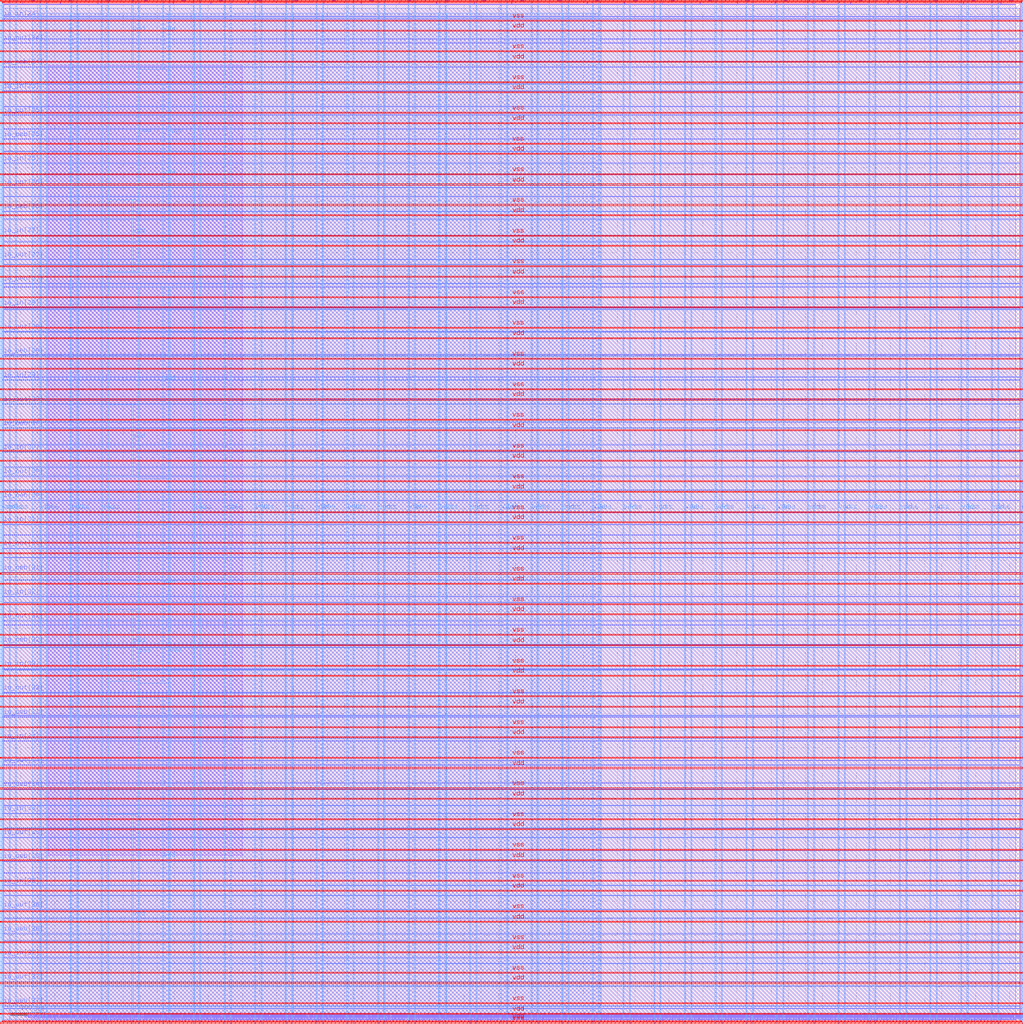
<source format=lef>
VERSION 5.7 ;
  NOWIREEXTENSIONATPIN ON ;
  DIVIDERCHAR "/" ;
  BUSBITCHARS "[]" ;
MACRO user_project_wrapper
  CLASS BLOCK ;
  FOREIGN user_project_wrapper ;
  ORIGIN 0.000 0.000 ;
  SIZE 2980.200 BY 2980.200 ;
  PIN io_in[0]
    DIRECTION INPUT ;
    USE SIGNAL ;
    PORT
      LAYER Metal3 ;
        RECT 2977.800 35.560 2985.000 36.680 ;
    END
  END io_in[0]
  PIN io_in[10]
    DIRECTION INPUT ;
    USE SIGNAL ;
    PORT
      LAYER Metal3 ;
        RECT 2977.800 2017.960 2985.000 2019.080 ;
    END
  END io_in[10]
  PIN io_in[11]
    DIRECTION INPUT ;
    USE SIGNAL ;
    PORT
      LAYER Metal3 ;
        RECT 2977.800 2216.200 2985.000 2217.320 ;
    END
  END io_in[11]
  PIN io_in[12]
    DIRECTION INPUT ;
    USE SIGNAL ;
    PORT
      LAYER Metal3 ;
        RECT 2977.800 2414.440 2985.000 2415.560 ;
    END
  END io_in[12]
  PIN io_in[13]
    DIRECTION INPUT ;
    USE SIGNAL ;
    PORT
      LAYER Metal3 ;
        RECT 2977.800 2612.680 2985.000 2613.800 ;
    END
  END io_in[13]
  PIN io_in[14]
    DIRECTION INPUT ;
    USE SIGNAL ;
    PORT
      LAYER Metal3 ;
        RECT 2977.800 2810.920 2985.000 2812.040 ;
    END
  END io_in[14]
  PIN io_in[15]
    DIRECTION INPUT ;
    USE SIGNAL ;
    PORT
      LAYER Metal2 ;
        RECT 2923.480 2977.800 2924.600 2985.000 ;
    END
  END io_in[15]
  PIN io_in[16]
    DIRECTION INPUT ;
    USE SIGNAL ;
    PORT
      LAYER Metal2 ;
        RECT 2592.520 2977.800 2593.640 2985.000 ;
    END
  END io_in[16]
  PIN io_in[17]
    DIRECTION INPUT ;
    USE SIGNAL ;
    PORT
      LAYER Metal2 ;
        RECT 2261.560 2977.800 2262.680 2985.000 ;
    END
  END io_in[17]
  PIN io_in[18]
    DIRECTION INPUT ;
    USE SIGNAL ;
    PORT
      LAYER Metal2 ;
        RECT 1930.600 2977.800 1931.720 2985.000 ;
    END
  END io_in[18]
  PIN io_in[19]
    DIRECTION INPUT ;
    USE SIGNAL ;
    PORT
      LAYER Metal2 ;
        RECT 1599.640 2977.800 1600.760 2985.000 ;
    END
  END io_in[19]
  PIN io_in[1]
    DIRECTION INPUT ;
    USE SIGNAL ;
    PORT
      LAYER Metal3 ;
        RECT 2977.800 233.800 2985.000 234.920 ;
    END
  END io_in[1]
  PIN io_in[20]
    DIRECTION INPUT ;
    USE SIGNAL ;
    PORT
      LAYER Metal2 ;
        RECT 1268.680 2977.800 1269.800 2985.000 ;
    END
  END io_in[20]
  PIN io_in[21]
    DIRECTION INPUT ;
    USE SIGNAL ;
    PORT
      LAYER Metal2 ;
        RECT 937.720 2977.800 938.840 2985.000 ;
    END
  END io_in[21]
  PIN io_in[22]
    DIRECTION INPUT ;
    USE SIGNAL ;
    PORT
      LAYER Metal2 ;
        RECT 606.760 2977.800 607.880 2985.000 ;
    END
  END io_in[22]
  PIN io_in[23]
    DIRECTION INPUT ;
    USE SIGNAL ;
    PORT
      LAYER Metal2 ;
        RECT 275.800 2977.800 276.920 2985.000 ;
    END
  END io_in[23]
  PIN io_in[24]
    DIRECTION INPUT ;
    USE SIGNAL ;
    PORT
      LAYER Metal3 ;
        RECT -4.800 2935.800 2.400 2936.920 ;
    END
  END io_in[24]
  PIN io_in[25]
    DIRECTION INPUT ;
    USE SIGNAL ;
    PORT
      LAYER Metal3 ;
        RECT -4.800 2724.120 2.400 2725.240 ;
    END
  END io_in[25]
  PIN io_in[26]
    DIRECTION INPUT ;
    USE SIGNAL ;
    PORT
      LAYER Metal3 ;
        RECT -4.800 2512.440 2.400 2513.560 ;
    END
  END io_in[26]
  PIN io_in[27]
    DIRECTION INPUT ;
    USE SIGNAL ;
    PORT
      LAYER Metal3 ;
        RECT -4.800 2300.760 2.400 2301.880 ;
    END
  END io_in[27]
  PIN io_in[28]
    DIRECTION INPUT ;
    USE SIGNAL ;
    PORT
      LAYER Metal3 ;
        RECT -4.800 2089.080 2.400 2090.200 ;
    END
  END io_in[28]
  PIN io_in[29]
    DIRECTION INPUT ;
    USE SIGNAL ;
    PORT
      LAYER Metal3 ;
        RECT -4.800 1877.400 2.400 1878.520 ;
    END
  END io_in[29]
  PIN io_in[2]
    DIRECTION INPUT ;
    USE SIGNAL ;
    PORT
      LAYER Metal3 ;
        RECT 2977.800 432.040 2985.000 433.160 ;
    END
  END io_in[2]
  PIN io_in[30]
    DIRECTION INPUT ;
    USE SIGNAL ;
    PORT
      LAYER Metal3 ;
        RECT -4.800 1665.720 2.400 1666.840 ;
    END
  END io_in[30]
  PIN io_in[31]
    DIRECTION INPUT ;
    USE SIGNAL ;
    PORT
      LAYER Metal3 ;
        RECT -4.800 1454.040 2.400 1455.160 ;
    END
  END io_in[31]
  PIN io_in[32]
    DIRECTION INPUT ;
    USE SIGNAL ;
    PORT
      LAYER Metal3 ;
        RECT -4.800 1242.360 2.400 1243.480 ;
    END
  END io_in[32]
  PIN io_in[33]
    DIRECTION INPUT ;
    USE SIGNAL ;
    PORT
      LAYER Metal3 ;
        RECT -4.800 1030.680 2.400 1031.800 ;
    END
  END io_in[33]
  PIN io_in[34]
    DIRECTION INPUT ;
    USE SIGNAL ;
    PORT
      LAYER Metal3 ;
        RECT -4.800 819.000 2.400 820.120 ;
    END
  END io_in[34]
  PIN io_in[35]
    DIRECTION INPUT ;
    USE SIGNAL ;
    PORT
      LAYER Metal3 ;
        RECT -4.800 607.320 2.400 608.440 ;
    END
  END io_in[35]
  PIN io_in[36]
    DIRECTION INPUT ;
    USE SIGNAL ;
    PORT
      LAYER Metal3 ;
        RECT -4.800 395.640 2.400 396.760 ;
    END
  END io_in[36]
  PIN io_in[37]
    DIRECTION INPUT ;
    USE SIGNAL ;
    PORT
      LAYER Metal3 ;
        RECT -4.800 183.960 2.400 185.080 ;
    END
  END io_in[37]
  PIN io_in[3]
    DIRECTION INPUT ;
    USE SIGNAL ;
    PORT
      LAYER Metal3 ;
        RECT 2977.800 630.280 2985.000 631.400 ;
    END
  END io_in[3]
  PIN io_in[4]
    DIRECTION INPUT ;
    USE SIGNAL ;
    PORT
      LAYER Metal3 ;
        RECT 2977.800 828.520 2985.000 829.640 ;
    END
  END io_in[4]
  PIN io_in[5]
    DIRECTION INPUT ;
    USE SIGNAL ;
    PORT
      LAYER Metal3 ;
        RECT 2977.800 1026.760 2985.000 1027.880 ;
    END
  END io_in[5]
  PIN io_in[6]
    DIRECTION INPUT ;
    USE SIGNAL ;
    PORT
      LAYER Metal3 ;
        RECT 2977.800 1225.000 2985.000 1226.120 ;
    END
  END io_in[6]
  PIN io_in[7]
    DIRECTION INPUT ;
    USE SIGNAL ;
    PORT
      LAYER Metal3 ;
        RECT 2977.800 1423.240 2985.000 1424.360 ;
    END
  END io_in[7]
  PIN io_in[8]
    DIRECTION INPUT ;
    USE SIGNAL ;
    PORT
      LAYER Metal3 ;
        RECT 2977.800 1621.480 2985.000 1622.600 ;
    END
  END io_in[8]
  PIN io_in[9]
    DIRECTION INPUT ;
    USE SIGNAL ;
    PORT
      LAYER Metal3 ;
        RECT 2977.800 1819.720 2985.000 1820.840 ;
    END
  END io_in[9]
  PIN io_oeb[0]
    DIRECTION OUTPUT TRISTATE ;
    USE SIGNAL ;
    PORT
      LAYER Metal3 ;
        RECT 2977.800 167.720 2985.000 168.840 ;
    END
  END io_oeb[0]
  PIN io_oeb[10]
    DIRECTION OUTPUT TRISTATE ;
    USE SIGNAL ;
    PORT
      LAYER Metal3 ;
        RECT 2977.800 2150.120 2985.000 2151.240 ;
    END
  END io_oeb[10]
  PIN io_oeb[11]
    DIRECTION OUTPUT TRISTATE ;
    USE SIGNAL ;
    PORT
      LAYER Metal3 ;
        RECT 2977.800 2348.360 2985.000 2349.480 ;
    END
  END io_oeb[11]
  PIN io_oeb[12]
    DIRECTION OUTPUT TRISTATE ;
    USE SIGNAL ;
    PORT
      LAYER Metal3 ;
        RECT 2977.800 2546.600 2985.000 2547.720 ;
    END
  END io_oeb[12]
  PIN io_oeb[13]
    DIRECTION OUTPUT TRISTATE ;
    USE SIGNAL ;
    PORT
      LAYER Metal3 ;
        RECT 2977.800 2744.840 2985.000 2745.960 ;
    END
  END io_oeb[13]
  PIN io_oeb[14]
    DIRECTION OUTPUT TRISTATE ;
    USE SIGNAL ;
    PORT
      LAYER Metal3 ;
        RECT 2977.800 2943.080 2985.000 2944.200 ;
    END
  END io_oeb[14]
  PIN io_oeb[15]
    DIRECTION OUTPUT TRISTATE ;
    USE SIGNAL ;
    PORT
      LAYER Metal2 ;
        RECT 2702.840 2977.800 2703.960 2985.000 ;
    END
  END io_oeb[15]
  PIN io_oeb[16]
    DIRECTION OUTPUT TRISTATE ;
    USE SIGNAL ;
    PORT
      LAYER Metal2 ;
        RECT 2371.880 2977.800 2373.000 2985.000 ;
    END
  END io_oeb[16]
  PIN io_oeb[17]
    DIRECTION OUTPUT TRISTATE ;
    USE SIGNAL ;
    PORT
      LAYER Metal2 ;
        RECT 2040.920 2977.800 2042.040 2985.000 ;
    END
  END io_oeb[17]
  PIN io_oeb[18]
    DIRECTION OUTPUT TRISTATE ;
    USE SIGNAL ;
    PORT
      LAYER Metal2 ;
        RECT 1709.960 2977.800 1711.080 2985.000 ;
    END
  END io_oeb[18]
  PIN io_oeb[19]
    DIRECTION OUTPUT TRISTATE ;
    USE SIGNAL ;
    PORT
      LAYER Metal2 ;
        RECT 1379.000 2977.800 1380.120 2985.000 ;
    END
  END io_oeb[19]
  PIN io_oeb[1]
    DIRECTION OUTPUT TRISTATE ;
    USE SIGNAL ;
    PORT
      LAYER Metal3 ;
        RECT 2977.800 365.960 2985.000 367.080 ;
    END
  END io_oeb[1]
  PIN io_oeb[20]
    DIRECTION OUTPUT TRISTATE ;
    USE SIGNAL ;
    PORT
      LAYER Metal2 ;
        RECT 1048.040 2977.800 1049.160 2985.000 ;
    END
  END io_oeb[20]
  PIN io_oeb[21]
    DIRECTION OUTPUT TRISTATE ;
    USE SIGNAL ;
    PORT
      LAYER Metal2 ;
        RECT 717.080 2977.800 718.200 2985.000 ;
    END
  END io_oeb[21]
  PIN io_oeb[22]
    DIRECTION OUTPUT TRISTATE ;
    USE SIGNAL ;
    PORT
      LAYER Metal2 ;
        RECT 386.120 2977.800 387.240 2985.000 ;
    END
  END io_oeb[22]
  PIN io_oeb[23]
    DIRECTION OUTPUT TRISTATE ;
    USE SIGNAL ;
    PORT
      LAYER Metal2 ;
        RECT 55.160 2977.800 56.280 2985.000 ;
    END
  END io_oeb[23]
  PIN io_oeb[24]
    DIRECTION OUTPUT TRISTATE ;
    USE SIGNAL ;
    PORT
      LAYER Metal3 ;
        RECT -4.800 2794.680 2.400 2795.800 ;
    END
  END io_oeb[24]
  PIN io_oeb[25]
    DIRECTION OUTPUT TRISTATE ;
    USE SIGNAL ;
    PORT
      LAYER Metal3 ;
        RECT -4.800 2583.000 2.400 2584.120 ;
    END
  END io_oeb[25]
  PIN io_oeb[26]
    DIRECTION OUTPUT TRISTATE ;
    USE SIGNAL ;
    PORT
      LAYER Metal3 ;
        RECT -4.800 2371.320 2.400 2372.440 ;
    END
  END io_oeb[26]
  PIN io_oeb[27]
    DIRECTION OUTPUT TRISTATE ;
    USE SIGNAL ;
    PORT
      LAYER Metal3 ;
        RECT -4.800 2159.640 2.400 2160.760 ;
    END
  END io_oeb[27]
  PIN io_oeb[28]
    DIRECTION OUTPUT TRISTATE ;
    USE SIGNAL ;
    PORT
      LAYER Metal3 ;
        RECT -4.800 1947.960 2.400 1949.080 ;
    END
  END io_oeb[28]
  PIN io_oeb[29]
    DIRECTION OUTPUT TRISTATE ;
    USE SIGNAL ;
    PORT
      LAYER Metal3 ;
        RECT -4.800 1736.280 2.400 1737.400 ;
    END
  END io_oeb[29]
  PIN io_oeb[2]
    DIRECTION OUTPUT TRISTATE ;
    USE SIGNAL ;
    PORT
      LAYER Metal3 ;
        RECT 2977.800 564.200 2985.000 565.320 ;
    END
  END io_oeb[2]
  PIN io_oeb[30]
    DIRECTION OUTPUT TRISTATE ;
    USE SIGNAL ;
    PORT
      LAYER Metal3 ;
        RECT -4.800 1524.600 2.400 1525.720 ;
    END
  END io_oeb[30]
  PIN io_oeb[31]
    DIRECTION OUTPUT TRISTATE ;
    USE SIGNAL ;
    PORT
      LAYER Metal3 ;
        RECT -4.800 1312.920 2.400 1314.040 ;
    END
  END io_oeb[31]
  PIN io_oeb[32]
    DIRECTION OUTPUT TRISTATE ;
    USE SIGNAL ;
    PORT
      LAYER Metal3 ;
        RECT -4.800 1101.240 2.400 1102.360 ;
    END
  END io_oeb[32]
  PIN io_oeb[33]
    DIRECTION OUTPUT TRISTATE ;
    USE SIGNAL ;
    PORT
      LAYER Metal3 ;
        RECT -4.800 889.560 2.400 890.680 ;
    END
  END io_oeb[33]
  PIN io_oeb[34]
    DIRECTION OUTPUT TRISTATE ;
    USE SIGNAL ;
    PORT
      LAYER Metal3 ;
        RECT -4.800 677.880 2.400 679.000 ;
    END
  END io_oeb[34]
  PIN io_oeb[35]
    DIRECTION OUTPUT TRISTATE ;
    USE SIGNAL ;
    PORT
      LAYER Metal3 ;
        RECT -4.800 466.200 2.400 467.320 ;
    END
  END io_oeb[35]
  PIN io_oeb[36]
    DIRECTION OUTPUT TRISTATE ;
    USE SIGNAL ;
    PORT
      LAYER Metal3 ;
        RECT -4.800 254.520 2.400 255.640 ;
    END
  END io_oeb[36]
  PIN io_oeb[37]
    DIRECTION OUTPUT TRISTATE ;
    USE SIGNAL ;
    PORT
      LAYER Metal3 ;
        RECT -4.800 42.840 2.400 43.960 ;
    END
  END io_oeb[37]
  PIN io_oeb[3]
    DIRECTION OUTPUT TRISTATE ;
    USE SIGNAL ;
    PORT
      LAYER Metal3 ;
        RECT 2977.800 762.440 2985.000 763.560 ;
    END
  END io_oeb[3]
  PIN io_oeb[4]
    DIRECTION OUTPUT TRISTATE ;
    USE SIGNAL ;
    PORT
      LAYER Metal3 ;
        RECT 2977.800 960.680 2985.000 961.800 ;
    END
  END io_oeb[4]
  PIN io_oeb[5]
    DIRECTION OUTPUT TRISTATE ;
    USE SIGNAL ;
    PORT
      LAYER Metal3 ;
        RECT 2977.800 1158.920 2985.000 1160.040 ;
    END
  END io_oeb[5]
  PIN io_oeb[6]
    DIRECTION OUTPUT TRISTATE ;
    USE SIGNAL ;
    PORT
      LAYER Metal3 ;
        RECT 2977.800 1357.160 2985.000 1358.280 ;
    END
  END io_oeb[6]
  PIN io_oeb[7]
    DIRECTION OUTPUT TRISTATE ;
    USE SIGNAL ;
    PORT
      LAYER Metal3 ;
        RECT 2977.800 1555.400 2985.000 1556.520 ;
    END
  END io_oeb[7]
  PIN io_oeb[8]
    DIRECTION OUTPUT TRISTATE ;
    USE SIGNAL ;
    PORT
      LAYER Metal3 ;
        RECT 2977.800 1753.640 2985.000 1754.760 ;
    END
  END io_oeb[8]
  PIN io_oeb[9]
    DIRECTION OUTPUT TRISTATE ;
    USE SIGNAL ;
    PORT
      LAYER Metal3 ;
        RECT 2977.800 1951.880 2985.000 1953.000 ;
    END
  END io_oeb[9]
  PIN io_out[0]
    DIRECTION OUTPUT TRISTATE ;
    USE SIGNAL ;
    PORT
      LAYER Metal3 ;
        RECT 2977.800 101.640 2985.000 102.760 ;
    END
  END io_out[0]
  PIN io_out[10]
    DIRECTION OUTPUT TRISTATE ;
    USE SIGNAL ;
    PORT
      LAYER Metal3 ;
        RECT 2977.800 2084.040 2985.000 2085.160 ;
    END
  END io_out[10]
  PIN io_out[11]
    DIRECTION OUTPUT TRISTATE ;
    USE SIGNAL ;
    PORT
      LAYER Metal3 ;
        RECT 2977.800 2282.280 2985.000 2283.400 ;
    END
  END io_out[11]
  PIN io_out[12]
    DIRECTION OUTPUT TRISTATE ;
    USE SIGNAL ;
    PORT
      LAYER Metal3 ;
        RECT 2977.800 2480.520 2985.000 2481.640 ;
    END
  END io_out[12]
  PIN io_out[13]
    DIRECTION OUTPUT TRISTATE ;
    USE SIGNAL ;
    PORT
      LAYER Metal3 ;
        RECT 2977.800 2678.760 2985.000 2679.880 ;
    END
  END io_out[13]
  PIN io_out[14]
    DIRECTION OUTPUT TRISTATE ;
    USE SIGNAL ;
    PORT
      LAYER Metal3 ;
        RECT 2977.800 2877.000 2985.000 2878.120 ;
    END
  END io_out[14]
  PIN io_out[15]
    DIRECTION OUTPUT TRISTATE ;
    USE SIGNAL ;
    PORT
      LAYER Metal2 ;
        RECT 2813.160 2977.800 2814.280 2985.000 ;
    END
  END io_out[15]
  PIN io_out[16]
    DIRECTION OUTPUT TRISTATE ;
    USE SIGNAL ;
    PORT
      LAYER Metal2 ;
        RECT 2482.200 2977.800 2483.320 2985.000 ;
    END
  END io_out[16]
  PIN io_out[17]
    DIRECTION OUTPUT TRISTATE ;
    USE SIGNAL ;
    PORT
      LAYER Metal2 ;
        RECT 2151.240 2977.800 2152.360 2985.000 ;
    END
  END io_out[17]
  PIN io_out[18]
    DIRECTION OUTPUT TRISTATE ;
    USE SIGNAL ;
    PORT
      LAYER Metal2 ;
        RECT 1820.280 2977.800 1821.400 2985.000 ;
    END
  END io_out[18]
  PIN io_out[19]
    DIRECTION OUTPUT TRISTATE ;
    USE SIGNAL ;
    PORT
      LAYER Metal2 ;
        RECT 1489.320 2977.800 1490.440 2985.000 ;
    END
  END io_out[19]
  PIN io_out[1]
    DIRECTION OUTPUT TRISTATE ;
    USE SIGNAL ;
    PORT
      LAYER Metal3 ;
        RECT 2977.800 299.880 2985.000 301.000 ;
    END
  END io_out[1]
  PIN io_out[20]
    DIRECTION OUTPUT TRISTATE ;
    USE SIGNAL ;
    PORT
      LAYER Metal2 ;
        RECT 1158.360 2977.800 1159.480 2985.000 ;
    END
  END io_out[20]
  PIN io_out[21]
    DIRECTION OUTPUT TRISTATE ;
    USE SIGNAL ;
    PORT
      LAYER Metal2 ;
        RECT 827.400 2977.800 828.520 2985.000 ;
    END
  END io_out[21]
  PIN io_out[22]
    DIRECTION OUTPUT TRISTATE ;
    USE SIGNAL ;
    PORT
      LAYER Metal2 ;
        RECT 496.440 2977.800 497.560 2985.000 ;
    END
  END io_out[22]
  PIN io_out[23]
    DIRECTION OUTPUT TRISTATE ;
    USE SIGNAL ;
    PORT
      LAYER Metal2 ;
        RECT 165.480 2977.800 166.600 2985.000 ;
    END
  END io_out[23]
  PIN io_out[24]
    DIRECTION OUTPUT TRISTATE ;
    USE SIGNAL ;
    PORT
      LAYER Metal3 ;
        RECT -4.800 2865.240 2.400 2866.360 ;
    END
  END io_out[24]
  PIN io_out[25]
    DIRECTION OUTPUT TRISTATE ;
    USE SIGNAL ;
    PORT
      LAYER Metal3 ;
        RECT -4.800 2653.560 2.400 2654.680 ;
    END
  END io_out[25]
  PIN io_out[26]
    DIRECTION OUTPUT TRISTATE ;
    USE SIGNAL ;
    PORT
      LAYER Metal3 ;
        RECT -4.800 2441.880 2.400 2443.000 ;
    END
  END io_out[26]
  PIN io_out[27]
    DIRECTION OUTPUT TRISTATE ;
    USE SIGNAL ;
    PORT
      LAYER Metal3 ;
        RECT -4.800 2230.200 2.400 2231.320 ;
    END
  END io_out[27]
  PIN io_out[28]
    DIRECTION OUTPUT TRISTATE ;
    USE SIGNAL ;
    PORT
      LAYER Metal3 ;
        RECT -4.800 2018.520 2.400 2019.640 ;
    END
  END io_out[28]
  PIN io_out[29]
    DIRECTION OUTPUT TRISTATE ;
    USE SIGNAL ;
    PORT
      LAYER Metal3 ;
        RECT -4.800 1806.840 2.400 1807.960 ;
    END
  END io_out[29]
  PIN io_out[2]
    DIRECTION OUTPUT TRISTATE ;
    USE SIGNAL ;
    PORT
      LAYER Metal3 ;
        RECT 2977.800 498.120 2985.000 499.240 ;
    END
  END io_out[2]
  PIN io_out[30]
    DIRECTION OUTPUT TRISTATE ;
    USE SIGNAL ;
    PORT
      LAYER Metal3 ;
        RECT -4.800 1595.160 2.400 1596.280 ;
    END
  END io_out[30]
  PIN io_out[31]
    DIRECTION OUTPUT TRISTATE ;
    USE SIGNAL ;
    PORT
      LAYER Metal3 ;
        RECT -4.800 1383.480 2.400 1384.600 ;
    END
  END io_out[31]
  PIN io_out[32]
    DIRECTION OUTPUT TRISTATE ;
    USE SIGNAL ;
    PORT
      LAYER Metal3 ;
        RECT -4.800 1171.800 2.400 1172.920 ;
    END
  END io_out[32]
  PIN io_out[33]
    DIRECTION OUTPUT TRISTATE ;
    USE SIGNAL ;
    PORT
      LAYER Metal3 ;
        RECT -4.800 960.120 2.400 961.240 ;
    END
  END io_out[33]
  PIN io_out[34]
    DIRECTION OUTPUT TRISTATE ;
    USE SIGNAL ;
    PORT
      LAYER Metal3 ;
        RECT -4.800 748.440 2.400 749.560 ;
    END
  END io_out[34]
  PIN io_out[35]
    DIRECTION OUTPUT TRISTATE ;
    USE SIGNAL ;
    PORT
      LAYER Metal3 ;
        RECT -4.800 536.760 2.400 537.880 ;
    END
  END io_out[35]
  PIN io_out[36]
    DIRECTION OUTPUT TRISTATE ;
    USE SIGNAL ;
    PORT
      LAYER Metal3 ;
        RECT -4.800 325.080 2.400 326.200 ;
    END
  END io_out[36]
  PIN io_out[37]
    DIRECTION OUTPUT TRISTATE ;
    USE SIGNAL ;
    PORT
      LAYER Metal3 ;
        RECT -4.800 113.400 2.400 114.520 ;
    END
  END io_out[37]
  PIN io_out[3]
    DIRECTION OUTPUT TRISTATE ;
    USE SIGNAL ;
    PORT
      LAYER Metal3 ;
        RECT 2977.800 696.360 2985.000 697.480 ;
    END
  END io_out[3]
  PIN io_out[4]
    DIRECTION OUTPUT TRISTATE ;
    USE SIGNAL ;
    PORT
      LAYER Metal3 ;
        RECT 2977.800 894.600 2985.000 895.720 ;
    END
  END io_out[4]
  PIN io_out[5]
    DIRECTION OUTPUT TRISTATE ;
    USE SIGNAL ;
    PORT
      LAYER Metal3 ;
        RECT 2977.800 1092.840 2985.000 1093.960 ;
    END
  END io_out[5]
  PIN io_out[6]
    DIRECTION OUTPUT TRISTATE ;
    USE SIGNAL ;
    PORT
      LAYER Metal3 ;
        RECT 2977.800 1291.080 2985.000 1292.200 ;
    END
  END io_out[6]
  PIN io_out[7]
    DIRECTION OUTPUT TRISTATE ;
    USE SIGNAL ;
    PORT
      LAYER Metal3 ;
        RECT 2977.800 1489.320 2985.000 1490.440 ;
    END
  END io_out[7]
  PIN io_out[8]
    DIRECTION OUTPUT TRISTATE ;
    USE SIGNAL ;
    PORT
      LAYER Metal3 ;
        RECT 2977.800 1687.560 2985.000 1688.680 ;
    END
  END io_out[8]
  PIN io_out[9]
    DIRECTION OUTPUT TRISTATE ;
    USE SIGNAL ;
    PORT
      LAYER Metal3 ;
        RECT 2977.800 1885.800 2985.000 1886.920 ;
    END
  END io_out[9]
  PIN la_data_in[0]
    DIRECTION INPUT ;
    USE SIGNAL ;
    PORT
      LAYER Metal2 ;
        RECT 1065.960 -4.800 1067.080 2.400 ;
    END
  END la_data_in[0]
  PIN la_data_in[10]
    DIRECTION INPUT ;
    USE SIGNAL ;
    PORT
      LAYER Metal2 ;
        RECT 1351.560 -4.800 1352.680 2.400 ;
    END
  END la_data_in[10]
  PIN la_data_in[11]
    DIRECTION INPUT ;
    USE SIGNAL ;
    PORT
      LAYER Metal2 ;
        RECT 1380.120 -4.800 1381.240 2.400 ;
    END
  END la_data_in[11]
  PIN la_data_in[12]
    DIRECTION INPUT ;
    USE SIGNAL ;
    PORT
      LAYER Metal2 ;
        RECT 1408.680 -4.800 1409.800 2.400 ;
    END
  END la_data_in[12]
  PIN la_data_in[13]
    DIRECTION INPUT ;
    USE SIGNAL ;
    PORT
      LAYER Metal2 ;
        RECT 1437.240 -4.800 1438.360 2.400 ;
    END
  END la_data_in[13]
  PIN la_data_in[14]
    DIRECTION INPUT ;
    USE SIGNAL ;
    PORT
      LAYER Metal2 ;
        RECT 1465.800 -4.800 1466.920 2.400 ;
    END
  END la_data_in[14]
  PIN la_data_in[15]
    DIRECTION INPUT ;
    USE SIGNAL ;
    PORT
      LAYER Metal2 ;
        RECT 1494.360 -4.800 1495.480 2.400 ;
    END
  END la_data_in[15]
  PIN la_data_in[16]
    DIRECTION INPUT ;
    USE SIGNAL ;
    PORT
      LAYER Metal2 ;
        RECT 1522.920 -4.800 1524.040 2.400 ;
    END
  END la_data_in[16]
  PIN la_data_in[17]
    DIRECTION INPUT ;
    USE SIGNAL ;
    PORT
      LAYER Metal2 ;
        RECT 1551.480 -4.800 1552.600 2.400 ;
    END
  END la_data_in[17]
  PIN la_data_in[18]
    DIRECTION INPUT ;
    USE SIGNAL ;
    PORT
      LAYER Metal2 ;
        RECT 1580.040 -4.800 1581.160 2.400 ;
    END
  END la_data_in[18]
  PIN la_data_in[19]
    DIRECTION INPUT ;
    USE SIGNAL ;
    PORT
      LAYER Metal2 ;
        RECT 1608.600 -4.800 1609.720 2.400 ;
    END
  END la_data_in[19]
  PIN la_data_in[1]
    DIRECTION INPUT ;
    USE SIGNAL ;
    PORT
      LAYER Metal2 ;
        RECT 1094.520 -4.800 1095.640 2.400 ;
    END
  END la_data_in[1]
  PIN la_data_in[20]
    DIRECTION INPUT ;
    USE SIGNAL ;
    PORT
      LAYER Metal2 ;
        RECT 1637.160 -4.800 1638.280 2.400 ;
    END
  END la_data_in[20]
  PIN la_data_in[21]
    DIRECTION INPUT ;
    USE SIGNAL ;
    PORT
      LAYER Metal2 ;
        RECT 1665.720 -4.800 1666.840 2.400 ;
    END
  END la_data_in[21]
  PIN la_data_in[22]
    DIRECTION INPUT ;
    USE SIGNAL ;
    PORT
      LAYER Metal2 ;
        RECT 1694.280 -4.800 1695.400 2.400 ;
    END
  END la_data_in[22]
  PIN la_data_in[23]
    DIRECTION INPUT ;
    USE SIGNAL ;
    PORT
      LAYER Metal2 ;
        RECT 1722.840 -4.800 1723.960 2.400 ;
    END
  END la_data_in[23]
  PIN la_data_in[24]
    DIRECTION INPUT ;
    USE SIGNAL ;
    PORT
      LAYER Metal2 ;
        RECT 1751.400 -4.800 1752.520 2.400 ;
    END
  END la_data_in[24]
  PIN la_data_in[25]
    DIRECTION INPUT ;
    USE SIGNAL ;
    PORT
      LAYER Metal2 ;
        RECT 1779.960 -4.800 1781.080 2.400 ;
    END
  END la_data_in[25]
  PIN la_data_in[26]
    DIRECTION INPUT ;
    USE SIGNAL ;
    PORT
      LAYER Metal2 ;
        RECT 1808.520 -4.800 1809.640 2.400 ;
    END
  END la_data_in[26]
  PIN la_data_in[27]
    DIRECTION INPUT ;
    USE SIGNAL ;
    PORT
      LAYER Metal2 ;
        RECT 1837.080 -4.800 1838.200 2.400 ;
    END
  END la_data_in[27]
  PIN la_data_in[28]
    DIRECTION INPUT ;
    USE SIGNAL ;
    PORT
      LAYER Metal2 ;
        RECT 1865.640 -4.800 1866.760 2.400 ;
    END
  END la_data_in[28]
  PIN la_data_in[29]
    DIRECTION INPUT ;
    USE SIGNAL ;
    PORT
      LAYER Metal2 ;
        RECT 1894.200 -4.800 1895.320 2.400 ;
    END
  END la_data_in[29]
  PIN la_data_in[2]
    DIRECTION INPUT ;
    USE SIGNAL ;
    PORT
      LAYER Metal2 ;
        RECT 1123.080 -4.800 1124.200 2.400 ;
    END
  END la_data_in[2]
  PIN la_data_in[30]
    DIRECTION INPUT ;
    USE SIGNAL ;
    PORT
      LAYER Metal2 ;
        RECT 1922.760 -4.800 1923.880 2.400 ;
    END
  END la_data_in[30]
  PIN la_data_in[31]
    DIRECTION INPUT ;
    USE SIGNAL ;
    PORT
      LAYER Metal2 ;
        RECT 1951.320 -4.800 1952.440 2.400 ;
    END
  END la_data_in[31]
  PIN la_data_in[32]
    DIRECTION INPUT ;
    USE SIGNAL ;
    PORT
      LAYER Metal2 ;
        RECT 1979.880 -4.800 1981.000 2.400 ;
    END
  END la_data_in[32]
  PIN la_data_in[33]
    DIRECTION INPUT ;
    USE SIGNAL ;
    PORT
      LAYER Metal2 ;
        RECT 2008.440 -4.800 2009.560 2.400 ;
    END
  END la_data_in[33]
  PIN la_data_in[34]
    DIRECTION INPUT ;
    USE SIGNAL ;
    PORT
      LAYER Metal2 ;
        RECT 2037.000 -4.800 2038.120 2.400 ;
    END
  END la_data_in[34]
  PIN la_data_in[35]
    DIRECTION INPUT ;
    USE SIGNAL ;
    PORT
      LAYER Metal2 ;
        RECT 2065.560 -4.800 2066.680 2.400 ;
    END
  END la_data_in[35]
  PIN la_data_in[36]
    DIRECTION INPUT ;
    USE SIGNAL ;
    PORT
      LAYER Metal2 ;
        RECT 2094.120 -4.800 2095.240 2.400 ;
    END
  END la_data_in[36]
  PIN la_data_in[37]
    DIRECTION INPUT ;
    USE SIGNAL ;
    PORT
      LAYER Metal2 ;
        RECT 2122.680 -4.800 2123.800 2.400 ;
    END
  END la_data_in[37]
  PIN la_data_in[38]
    DIRECTION INPUT ;
    USE SIGNAL ;
    PORT
      LAYER Metal2 ;
        RECT 2151.240 -4.800 2152.360 2.400 ;
    END
  END la_data_in[38]
  PIN la_data_in[39]
    DIRECTION INPUT ;
    USE SIGNAL ;
    PORT
      LAYER Metal2 ;
        RECT 2179.800 -4.800 2180.920 2.400 ;
    END
  END la_data_in[39]
  PIN la_data_in[3]
    DIRECTION INPUT ;
    USE SIGNAL ;
    PORT
      LAYER Metal2 ;
        RECT 1151.640 -4.800 1152.760 2.400 ;
    END
  END la_data_in[3]
  PIN la_data_in[40]
    DIRECTION INPUT ;
    USE SIGNAL ;
    PORT
      LAYER Metal2 ;
        RECT 2208.360 -4.800 2209.480 2.400 ;
    END
  END la_data_in[40]
  PIN la_data_in[41]
    DIRECTION INPUT ;
    USE SIGNAL ;
    PORT
      LAYER Metal2 ;
        RECT 2236.920 -4.800 2238.040 2.400 ;
    END
  END la_data_in[41]
  PIN la_data_in[42]
    DIRECTION INPUT ;
    USE SIGNAL ;
    PORT
      LAYER Metal2 ;
        RECT 2265.480 -4.800 2266.600 2.400 ;
    END
  END la_data_in[42]
  PIN la_data_in[43]
    DIRECTION INPUT ;
    USE SIGNAL ;
    PORT
      LAYER Metal2 ;
        RECT 2294.040 -4.800 2295.160 2.400 ;
    END
  END la_data_in[43]
  PIN la_data_in[44]
    DIRECTION INPUT ;
    USE SIGNAL ;
    PORT
      LAYER Metal2 ;
        RECT 2322.600 -4.800 2323.720 2.400 ;
    END
  END la_data_in[44]
  PIN la_data_in[45]
    DIRECTION INPUT ;
    USE SIGNAL ;
    PORT
      LAYER Metal2 ;
        RECT 2351.160 -4.800 2352.280 2.400 ;
    END
  END la_data_in[45]
  PIN la_data_in[46]
    DIRECTION INPUT ;
    USE SIGNAL ;
    PORT
      LAYER Metal2 ;
        RECT 2379.720 -4.800 2380.840 2.400 ;
    END
  END la_data_in[46]
  PIN la_data_in[47]
    DIRECTION INPUT ;
    USE SIGNAL ;
    PORT
      LAYER Metal2 ;
        RECT 2408.280 -4.800 2409.400 2.400 ;
    END
  END la_data_in[47]
  PIN la_data_in[48]
    DIRECTION INPUT ;
    USE SIGNAL ;
    PORT
      LAYER Metal2 ;
        RECT 2436.840 -4.800 2437.960 2.400 ;
    END
  END la_data_in[48]
  PIN la_data_in[49]
    DIRECTION INPUT ;
    USE SIGNAL ;
    PORT
      LAYER Metal2 ;
        RECT 2465.400 -4.800 2466.520 2.400 ;
    END
  END la_data_in[49]
  PIN la_data_in[4]
    DIRECTION INPUT ;
    USE SIGNAL ;
    PORT
      LAYER Metal2 ;
        RECT 1180.200 -4.800 1181.320 2.400 ;
    END
  END la_data_in[4]
  PIN la_data_in[50]
    DIRECTION INPUT ;
    USE SIGNAL ;
    PORT
      LAYER Metal2 ;
        RECT 2493.960 -4.800 2495.080 2.400 ;
    END
  END la_data_in[50]
  PIN la_data_in[51]
    DIRECTION INPUT ;
    USE SIGNAL ;
    PORT
      LAYER Metal2 ;
        RECT 2522.520 -4.800 2523.640 2.400 ;
    END
  END la_data_in[51]
  PIN la_data_in[52]
    DIRECTION INPUT ;
    USE SIGNAL ;
    PORT
      LAYER Metal2 ;
        RECT 2551.080 -4.800 2552.200 2.400 ;
    END
  END la_data_in[52]
  PIN la_data_in[53]
    DIRECTION INPUT ;
    USE SIGNAL ;
    PORT
      LAYER Metal2 ;
        RECT 2579.640 -4.800 2580.760 2.400 ;
    END
  END la_data_in[53]
  PIN la_data_in[54]
    DIRECTION INPUT ;
    USE SIGNAL ;
    PORT
      LAYER Metal2 ;
        RECT 2608.200 -4.800 2609.320 2.400 ;
    END
  END la_data_in[54]
  PIN la_data_in[55]
    DIRECTION INPUT ;
    USE SIGNAL ;
    PORT
      LAYER Metal2 ;
        RECT 2636.760 -4.800 2637.880 2.400 ;
    END
  END la_data_in[55]
  PIN la_data_in[56]
    DIRECTION INPUT ;
    USE SIGNAL ;
    PORT
      LAYER Metal2 ;
        RECT 2665.320 -4.800 2666.440 2.400 ;
    END
  END la_data_in[56]
  PIN la_data_in[57]
    DIRECTION INPUT ;
    USE SIGNAL ;
    PORT
      LAYER Metal2 ;
        RECT 2693.880 -4.800 2695.000 2.400 ;
    END
  END la_data_in[57]
  PIN la_data_in[58]
    DIRECTION INPUT ;
    USE SIGNAL ;
    PORT
      LAYER Metal2 ;
        RECT 2722.440 -4.800 2723.560 2.400 ;
    END
  END la_data_in[58]
  PIN la_data_in[59]
    DIRECTION INPUT ;
    USE SIGNAL ;
    PORT
      LAYER Metal2 ;
        RECT 2751.000 -4.800 2752.120 2.400 ;
    END
  END la_data_in[59]
  PIN la_data_in[5]
    DIRECTION INPUT ;
    USE SIGNAL ;
    PORT
      LAYER Metal2 ;
        RECT 1208.760 -4.800 1209.880 2.400 ;
    END
  END la_data_in[5]
  PIN la_data_in[60]
    DIRECTION INPUT ;
    USE SIGNAL ;
    PORT
      LAYER Metal2 ;
        RECT 2779.560 -4.800 2780.680 2.400 ;
    END
  END la_data_in[60]
  PIN la_data_in[61]
    DIRECTION INPUT ;
    USE SIGNAL ;
    PORT
      LAYER Metal2 ;
        RECT 2808.120 -4.800 2809.240 2.400 ;
    END
  END la_data_in[61]
  PIN la_data_in[62]
    DIRECTION INPUT ;
    USE SIGNAL ;
    PORT
      LAYER Metal2 ;
        RECT 2836.680 -4.800 2837.800 2.400 ;
    END
  END la_data_in[62]
  PIN la_data_in[63]
    DIRECTION INPUT ;
    USE SIGNAL ;
    PORT
      LAYER Metal2 ;
        RECT 2865.240 -4.800 2866.360 2.400 ;
    END
  END la_data_in[63]
  PIN la_data_in[6]
    DIRECTION INPUT ;
    USE SIGNAL ;
    PORT
      LAYER Metal2 ;
        RECT 1237.320 -4.800 1238.440 2.400 ;
    END
  END la_data_in[6]
  PIN la_data_in[7]
    DIRECTION INPUT ;
    USE SIGNAL ;
    PORT
      LAYER Metal2 ;
        RECT 1265.880 -4.800 1267.000 2.400 ;
    END
  END la_data_in[7]
  PIN la_data_in[8]
    DIRECTION INPUT ;
    USE SIGNAL ;
    PORT
      LAYER Metal2 ;
        RECT 1294.440 -4.800 1295.560 2.400 ;
    END
  END la_data_in[8]
  PIN la_data_in[9]
    DIRECTION INPUT ;
    USE SIGNAL ;
    PORT
      LAYER Metal2 ;
        RECT 1323.000 -4.800 1324.120 2.400 ;
    END
  END la_data_in[9]
  PIN la_data_out[0]
    DIRECTION OUTPUT TRISTATE ;
    USE SIGNAL ;
    PORT
      LAYER Metal2 ;
        RECT 1075.480 -4.800 1076.600 2.400 ;
    END
  END la_data_out[0]
  PIN la_data_out[10]
    DIRECTION OUTPUT TRISTATE ;
    USE SIGNAL ;
    PORT
      LAYER Metal2 ;
        RECT 1361.080 -4.800 1362.200 2.400 ;
    END
  END la_data_out[10]
  PIN la_data_out[11]
    DIRECTION OUTPUT TRISTATE ;
    USE SIGNAL ;
    PORT
      LAYER Metal2 ;
        RECT 1389.640 -4.800 1390.760 2.400 ;
    END
  END la_data_out[11]
  PIN la_data_out[12]
    DIRECTION OUTPUT TRISTATE ;
    USE SIGNAL ;
    PORT
      LAYER Metal2 ;
        RECT 1418.200 -4.800 1419.320 2.400 ;
    END
  END la_data_out[12]
  PIN la_data_out[13]
    DIRECTION OUTPUT TRISTATE ;
    USE SIGNAL ;
    PORT
      LAYER Metal2 ;
        RECT 1446.760 -4.800 1447.880 2.400 ;
    END
  END la_data_out[13]
  PIN la_data_out[14]
    DIRECTION OUTPUT TRISTATE ;
    USE SIGNAL ;
    PORT
      LAYER Metal2 ;
        RECT 1475.320 -4.800 1476.440 2.400 ;
    END
  END la_data_out[14]
  PIN la_data_out[15]
    DIRECTION OUTPUT TRISTATE ;
    USE SIGNAL ;
    PORT
      LAYER Metal2 ;
        RECT 1503.880 -4.800 1505.000 2.400 ;
    END
  END la_data_out[15]
  PIN la_data_out[16]
    DIRECTION OUTPUT TRISTATE ;
    USE SIGNAL ;
    PORT
      LAYER Metal2 ;
        RECT 1532.440 -4.800 1533.560 2.400 ;
    END
  END la_data_out[16]
  PIN la_data_out[17]
    DIRECTION OUTPUT TRISTATE ;
    USE SIGNAL ;
    PORT
      LAYER Metal2 ;
        RECT 1561.000 -4.800 1562.120 2.400 ;
    END
  END la_data_out[17]
  PIN la_data_out[18]
    DIRECTION OUTPUT TRISTATE ;
    USE SIGNAL ;
    PORT
      LAYER Metal2 ;
        RECT 1589.560 -4.800 1590.680 2.400 ;
    END
  END la_data_out[18]
  PIN la_data_out[19]
    DIRECTION OUTPUT TRISTATE ;
    USE SIGNAL ;
    PORT
      LAYER Metal2 ;
        RECT 1618.120 -4.800 1619.240 2.400 ;
    END
  END la_data_out[19]
  PIN la_data_out[1]
    DIRECTION OUTPUT TRISTATE ;
    USE SIGNAL ;
    PORT
      LAYER Metal2 ;
        RECT 1104.040 -4.800 1105.160 2.400 ;
    END
  END la_data_out[1]
  PIN la_data_out[20]
    DIRECTION OUTPUT TRISTATE ;
    USE SIGNAL ;
    PORT
      LAYER Metal2 ;
        RECT 1646.680 -4.800 1647.800 2.400 ;
    END
  END la_data_out[20]
  PIN la_data_out[21]
    DIRECTION OUTPUT TRISTATE ;
    USE SIGNAL ;
    PORT
      LAYER Metal2 ;
        RECT 1675.240 -4.800 1676.360 2.400 ;
    END
  END la_data_out[21]
  PIN la_data_out[22]
    DIRECTION OUTPUT TRISTATE ;
    USE SIGNAL ;
    PORT
      LAYER Metal2 ;
        RECT 1703.800 -4.800 1704.920 2.400 ;
    END
  END la_data_out[22]
  PIN la_data_out[23]
    DIRECTION OUTPUT TRISTATE ;
    USE SIGNAL ;
    PORT
      LAYER Metal2 ;
        RECT 1732.360 -4.800 1733.480 2.400 ;
    END
  END la_data_out[23]
  PIN la_data_out[24]
    DIRECTION OUTPUT TRISTATE ;
    USE SIGNAL ;
    PORT
      LAYER Metal2 ;
        RECT 1760.920 -4.800 1762.040 2.400 ;
    END
  END la_data_out[24]
  PIN la_data_out[25]
    DIRECTION OUTPUT TRISTATE ;
    USE SIGNAL ;
    PORT
      LAYER Metal2 ;
        RECT 1789.480 -4.800 1790.600 2.400 ;
    END
  END la_data_out[25]
  PIN la_data_out[26]
    DIRECTION OUTPUT TRISTATE ;
    USE SIGNAL ;
    PORT
      LAYER Metal2 ;
        RECT 1818.040 -4.800 1819.160 2.400 ;
    END
  END la_data_out[26]
  PIN la_data_out[27]
    DIRECTION OUTPUT TRISTATE ;
    USE SIGNAL ;
    PORT
      LAYER Metal2 ;
        RECT 1846.600 -4.800 1847.720 2.400 ;
    END
  END la_data_out[27]
  PIN la_data_out[28]
    DIRECTION OUTPUT TRISTATE ;
    USE SIGNAL ;
    PORT
      LAYER Metal2 ;
        RECT 1875.160 -4.800 1876.280 2.400 ;
    END
  END la_data_out[28]
  PIN la_data_out[29]
    DIRECTION OUTPUT TRISTATE ;
    USE SIGNAL ;
    PORT
      LAYER Metal2 ;
        RECT 1903.720 -4.800 1904.840 2.400 ;
    END
  END la_data_out[29]
  PIN la_data_out[2]
    DIRECTION OUTPUT TRISTATE ;
    USE SIGNAL ;
    PORT
      LAYER Metal2 ;
        RECT 1132.600 -4.800 1133.720 2.400 ;
    END
  END la_data_out[2]
  PIN la_data_out[30]
    DIRECTION OUTPUT TRISTATE ;
    USE SIGNAL ;
    PORT
      LAYER Metal2 ;
        RECT 1932.280 -4.800 1933.400 2.400 ;
    END
  END la_data_out[30]
  PIN la_data_out[31]
    DIRECTION OUTPUT TRISTATE ;
    USE SIGNAL ;
    PORT
      LAYER Metal2 ;
        RECT 1960.840 -4.800 1961.960 2.400 ;
    END
  END la_data_out[31]
  PIN la_data_out[32]
    DIRECTION OUTPUT TRISTATE ;
    USE SIGNAL ;
    PORT
      LAYER Metal2 ;
        RECT 1989.400 -4.800 1990.520 2.400 ;
    END
  END la_data_out[32]
  PIN la_data_out[33]
    DIRECTION OUTPUT TRISTATE ;
    USE SIGNAL ;
    PORT
      LAYER Metal2 ;
        RECT 2017.960 -4.800 2019.080 2.400 ;
    END
  END la_data_out[33]
  PIN la_data_out[34]
    DIRECTION OUTPUT TRISTATE ;
    USE SIGNAL ;
    PORT
      LAYER Metal2 ;
        RECT 2046.520 -4.800 2047.640 2.400 ;
    END
  END la_data_out[34]
  PIN la_data_out[35]
    DIRECTION OUTPUT TRISTATE ;
    USE SIGNAL ;
    PORT
      LAYER Metal2 ;
        RECT 2075.080 -4.800 2076.200 2.400 ;
    END
  END la_data_out[35]
  PIN la_data_out[36]
    DIRECTION OUTPUT TRISTATE ;
    USE SIGNAL ;
    PORT
      LAYER Metal2 ;
        RECT 2103.640 -4.800 2104.760 2.400 ;
    END
  END la_data_out[36]
  PIN la_data_out[37]
    DIRECTION OUTPUT TRISTATE ;
    USE SIGNAL ;
    PORT
      LAYER Metal2 ;
        RECT 2132.200 -4.800 2133.320 2.400 ;
    END
  END la_data_out[37]
  PIN la_data_out[38]
    DIRECTION OUTPUT TRISTATE ;
    USE SIGNAL ;
    PORT
      LAYER Metal2 ;
        RECT 2160.760 -4.800 2161.880 2.400 ;
    END
  END la_data_out[38]
  PIN la_data_out[39]
    DIRECTION OUTPUT TRISTATE ;
    USE SIGNAL ;
    PORT
      LAYER Metal2 ;
        RECT 2189.320 -4.800 2190.440 2.400 ;
    END
  END la_data_out[39]
  PIN la_data_out[3]
    DIRECTION OUTPUT TRISTATE ;
    USE SIGNAL ;
    PORT
      LAYER Metal2 ;
        RECT 1161.160 -4.800 1162.280 2.400 ;
    END
  END la_data_out[3]
  PIN la_data_out[40]
    DIRECTION OUTPUT TRISTATE ;
    USE SIGNAL ;
    PORT
      LAYER Metal2 ;
        RECT 2217.880 -4.800 2219.000 2.400 ;
    END
  END la_data_out[40]
  PIN la_data_out[41]
    DIRECTION OUTPUT TRISTATE ;
    USE SIGNAL ;
    PORT
      LAYER Metal2 ;
        RECT 2246.440 -4.800 2247.560 2.400 ;
    END
  END la_data_out[41]
  PIN la_data_out[42]
    DIRECTION OUTPUT TRISTATE ;
    USE SIGNAL ;
    PORT
      LAYER Metal2 ;
        RECT 2275.000 -4.800 2276.120 2.400 ;
    END
  END la_data_out[42]
  PIN la_data_out[43]
    DIRECTION OUTPUT TRISTATE ;
    USE SIGNAL ;
    PORT
      LAYER Metal2 ;
        RECT 2303.560 -4.800 2304.680 2.400 ;
    END
  END la_data_out[43]
  PIN la_data_out[44]
    DIRECTION OUTPUT TRISTATE ;
    USE SIGNAL ;
    PORT
      LAYER Metal2 ;
        RECT 2332.120 -4.800 2333.240 2.400 ;
    END
  END la_data_out[44]
  PIN la_data_out[45]
    DIRECTION OUTPUT TRISTATE ;
    USE SIGNAL ;
    PORT
      LAYER Metal2 ;
        RECT 2360.680 -4.800 2361.800 2.400 ;
    END
  END la_data_out[45]
  PIN la_data_out[46]
    DIRECTION OUTPUT TRISTATE ;
    USE SIGNAL ;
    PORT
      LAYER Metal2 ;
        RECT 2389.240 -4.800 2390.360 2.400 ;
    END
  END la_data_out[46]
  PIN la_data_out[47]
    DIRECTION OUTPUT TRISTATE ;
    USE SIGNAL ;
    PORT
      LAYER Metal2 ;
        RECT 2417.800 -4.800 2418.920 2.400 ;
    END
  END la_data_out[47]
  PIN la_data_out[48]
    DIRECTION OUTPUT TRISTATE ;
    USE SIGNAL ;
    PORT
      LAYER Metal2 ;
        RECT 2446.360 -4.800 2447.480 2.400 ;
    END
  END la_data_out[48]
  PIN la_data_out[49]
    DIRECTION OUTPUT TRISTATE ;
    USE SIGNAL ;
    PORT
      LAYER Metal2 ;
        RECT 2474.920 -4.800 2476.040 2.400 ;
    END
  END la_data_out[49]
  PIN la_data_out[4]
    DIRECTION OUTPUT TRISTATE ;
    USE SIGNAL ;
    PORT
      LAYER Metal2 ;
        RECT 1189.720 -4.800 1190.840 2.400 ;
    END
  END la_data_out[4]
  PIN la_data_out[50]
    DIRECTION OUTPUT TRISTATE ;
    USE SIGNAL ;
    PORT
      LAYER Metal2 ;
        RECT 2503.480 -4.800 2504.600 2.400 ;
    END
  END la_data_out[50]
  PIN la_data_out[51]
    DIRECTION OUTPUT TRISTATE ;
    USE SIGNAL ;
    PORT
      LAYER Metal2 ;
        RECT 2532.040 -4.800 2533.160 2.400 ;
    END
  END la_data_out[51]
  PIN la_data_out[52]
    DIRECTION OUTPUT TRISTATE ;
    USE SIGNAL ;
    PORT
      LAYER Metal2 ;
        RECT 2560.600 -4.800 2561.720 2.400 ;
    END
  END la_data_out[52]
  PIN la_data_out[53]
    DIRECTION OUTPUT TRISTATE ;
    USE SIGNAL ;
    PORT
      LAYER Metal2 ;
        RECT 2589.160 -4.800 2590.280 2.400 ;
    END
  END la_data_out[53]
  PIN la_data_out[54]
    DIRECTION OUTPUT TRISTATE ;
    USE SIGNAL ;
    PORT
      LAYER Metal2 ;
        RECT 2617.720 -4.800 2618.840 2.400 ;
    END
  END la_data_out[54]
  PIN la_data_out[55]
    DIRECTION OUTPUT TRISTATE ;
    USE SIGNAL ;
    PORT
      LAYER Metal2 ;
        RECT 2646.280 -4.800 2647.400 2.400 ;
    END
  END la_data_out[55]
  PIN la_data_out[56]
    DIRECTION OUTPUT TRISTATE ;
    USE SIGNAL ;
    PORT
      LAYER Metal2 ;
        RECT 2674.840 -4.800 2675.960 2.400 ;
    END
  END la_data_out[56]
  PIN la_data_out[57]
    DIRECTION OUTPUT TRISTATE ;
    USE SIGNAL ;
    PORT
      LAYER Metal2 ;
        RECT 2703.400 -4.800 2704.520 2.400 ;
    END
  END la_data_out[57]
  PIN la_data_out[58]
    DIRECTION OUTPUT TRISTATE ;
    USE SIGNAL ;
    PORT
      LAYER Metal2 ;
        RECT 2731.960 -4.800 2733.080 2.400 ;
    END
  END la_data_out[58]
  PIN la_data_out[59]
    DIRECTION OUTPUT TRISTATE ;
    USE SIGNAL ;
    PORT
      LAYER Metal2 ;
        RECT 2760.520 -4.800 2761.640 2.400 ;
    END
  END la_data_out[59]
  PIN la_data_out[5]
    DIRECTION OUTPUT TRISTATE ;
    USE SIGNAL ;
    PORT
      LAYER Metal2 ;
        RECT 1218.280 -4.800 1219.400 2.400 ;
    END
  END la_data_out[5]
  PIN la_data_out[60]
    DIRECTION OUTPUT TRISTATE ;
    USE SIGNAL ;
    PORT
      LAYER Metal2 ;
        RECT 2789.080 -4.800 2790.200 2.400 ;
    END
  END la_data_out[60]
  PIN la_data_out[61]
    DIRECTION OUTPUT TRISTATE ;
    USE SIGNAL ;
    PORT
      LAYER Metal2 ;
        RECT 2817.640 -4.800 2818.760 2.400 ;
    END
  END la_data_out[61]
  PIN la_data_out[62]
    DIRECTION OUTPUT TRISTATE ;
    USE SIGNAL ;
    PORT
      LAYER Metal2 ;
        RECT 2846.200 -4.800 2847.320 2.400 ;
    END
  END la_data_out[62]
  PIN la_data_out[63]
    DIRECTION OUTPUT TRISTATE ;
    USE SIGNAL ;
    PORT
      LAYER Metal2 ;
        RECT 2874.760 -4.800 2875.880 2.400 ;
    END
  END la_data_out[63]
  PIN la_data_out[6]
    DIRECTION OUTPUT TRISTATE ;
    USE SIGNAL ;
    PORT
      LAYER Metal2 ;
        RECT 1246.840 -4.800 1247.960 2.400 ;
    END
  END la_data_out[6]
  PIN la_data_out[7]
    DIRECTION OUTPUT TRISTATE ;
    USE SIGNAL ;
    PORT
      LAYER Metal2 ;
        RECT 1275.400 -4.800 1276.520 2.400 ;
    END
  END la_data_out[7]
  PIN la_data_out[8]
    DIRECTION OUTPUT TRISTATE ;
    USE SIGNAL ;
    PORT
      LAYER Metal2 ;
        RECT 1303.960 -4.800 1305.080 2.400 ;
    END
  END la_data_out[8]
  PIN la_data_out[9]
    DIRECTION OUTPUT TRISTATE ;
    USE SIGNAL ;
    PORT
      LAYER Metal2 ;
        RECT 1332.520 -4.800 1333.640 2.400 ;
    END
  END la_data_out[9]
  PIN la_oenb[0]
    DIRECTION INPUT ;
    USE SIGNAL ;
    PORT
      LAYER Metal2 ;
        RECT 1085.000 -4.800 1086.120 2.400 ;
    END
  END la_oenb[0]
  PIN la_oenb[10]
    DIRECTION INPUT ;
    USE SIGNAL ;
    PORT
      LAYER Metal2 ;
        RECT 1370.600 -4.800 1371.720 2.400 ;
    END
  END la_oenb[10]
  PIN la_oenb[11]
    DIRECTION INPUT ;
    USE SIGNAL ;
    PORT
      LAYER Metal2 ;
        RECT 1399.160 -4.800 1400.280 2.400 ;
    END
  END la_oenb[11]
  PIN la_oenb[12]
    DIRECTION INPUT ;
    USE SIGNAL ;
    PORT
      LAYER Metal2 ;
        RECT 1427.720 -4.800 1428.840 2.400 ;
    END
  END la_oenb[12]
  PIN la_oenb[13]
    DIRECTION INPUT ;
    USE SIGNAL ;
    PORT
      LAYER Metal2 ;
        RECT 1456.280 -4.800 1457.400 2.400 ;
    END
  END la_oenb[13]
  PIN la_oenb[14]
    DIRECTION INPUT ;
    USE SIGNAL ;
    PORT
      LAYER Metal2 ;
        RECT 1484.840 -4.800 1485.960 2.400 ;
    END
  END la_oenb[14]
  PIN la_oenb[15]
    DIRECTION INPUT ;
    USE SIGNAL ;
    PORT
      LAYER Metal2 ;
        RECT 1513.400 -4.800 1514.520 2.400 ;
    END
  END la_oenb[15]
  PIN la_oenb[16]
    DIRECTION INPUT ;
    USE SIGNAL ;
    PORT
      LAYER Metal2 ;
        RECT 1541.960 -4.800 1543.080 2.400 ;
    END
  END la_oenb[16]
  PIN la_oenb[17]
    DIRECTION INPUT ;
    USE SIGNAL ;
    PORT
      LAYER Metal2 ;
        RECT 1570.520 -4.800 1571.640 2.400 ;
    END
  END la_oenb[17]
  PIN la_oenb[18]
    DIRECTION INPUT ;
    USE SIGNAL ;
    PORT
      LAYER Metal2 ;
        RECT 1599.080 -4.800 1600.200 2.400 ;
    END
  END la_oenb[18]
  PIN la_oenb[19]
    DIRECTION INPUT ;
    USE SIGNAL ;
    PORT
      LAYER Metal2 ;
        RECT 1627.640 -4.800 1628.760 2.400 ;
    END
  END la_oenb[19]
  PIN la_oenb[1]
    DIRECTION INPUT ;
    USE SIGNAL ;
    PORT
      LAYER Metal2 ;
        RECT 1113.560 -4.800 1114.680 2.400 ;
    END
  END la_oenb[1]
  PIN la_oenb[20]
    DIRECTION INPUT ;
    USE SIGNAL ;
    PORT
      LAYER Metal2 ;
        RECT 1656.200 -4.800 1657.320 2.400 ;
    END
  END la_oenb[20]
  PIN la_oenb[21]
    DIRECTION INPUT ;
    USE SIGNAL ;
    PORT
      LAYER Metal2 ;
        RECT 1684.760 -4.800 1685.880 2.400 ;
    END
  END la_oenb[21]
  PIN la_oenb[22]
    DIRECTION INPUT ;
    USE SIGNAL ;
    PORT
      LAYER Metal2 ;
        RECT 1713.320 -4.800 1714.440 2.400 ;
    END
  END la_oenb[22]
  PIN la_oenb[23]
    DIRECTION INPUT ;
    USE SIGNAL ;
    PORT
      LAYER Metal2 ;
        RECT 1741.880 -4.800 1743.000 2.400 ;
    END
  END la_oenb[23]
  PIN la_oenb[24]
    DIRECTION INPUT ;
    USE SIGNAL ;
    PORT
      LAYER Metal2 ;
        RECT 1770.440 -4.800 1771.560 2.400 ;
    END
  END la_oenb[24]
  PIN la_oenb[25]
    DIRECTION INPUT ;
    USE SIGNAL ;
    PORT
      LAYER Metal2 ;
        RECT 1799.000 -4.800 1800.120 2.400 ;
    END
  END la_oenb[25]
  PIN la_oenb[26]
    DIRECTION INPUT ;
    USE SIGNAL ;
    PORT
      LAYER Metal2 ;
        RECT 1827.560 -4.800 1828.680 2.400 ;
    END
  END la_oenb[26]
  PIN la_oenb[27]
    DIRECTION INPUT ;
    USE SIGNAL ;
    PORT
      LAYER Metal2 ;
        RECT 1856.120 -4.800 1857.240 2.400 ;
    END
  END la_oenb[27]
  PIN la_oenb[28]
    DIRECTION INPUT ;
    USE SIGNAL ;
    PORT
      LAYER Metal2 ;
        RECT 1884.680 -4.800 1885.800 2.400 ;
    END
  END la_oenb[28]
  PIN la_oenb[29]
    DIRECTION INPUT ;
    USE SIGNAL ;
    PORT
      LAYER Metal2 ;
        RECT 1913.240 -4.800 1914.360 2.400 ;
    END
  END la_oenb[29]
  PIN la_oenb[2]
    DIRECTION INPUT ;
    USE SIGNAL ;
    PORT
      LAYER Metal2 ;
        RECT 1142.120 -4.800 1143.240 2.400 ;
    END
  END la_oenb[2]
  PIN la_oenb[30]
    DIRECTION INPUT ;
    USE SIGNAL ;
    PORT
      LAYER Metal2 ;
        RECT 1941.800 -4.800 1942.920 2.400 ;
    END
  END la_oenb[30]
  PIN la_oenb[31]
    DIRECTION INPUT ;
    USE SIGNAL ;
    PORT
      LAYER Metal2 ;
        RECT 1970.360 -4.800 1971.480 2.400 ;
    END
  END la_oenb[31]
  PIN la_oenb[32]
    DIRECTION INPUT ;
    USE SIGNAL ;
    PORT
      LAYER Metal2 ;
        RECT 1998.920 -4.800 2000.040 2.400 ;
    END
  END la_oenb[32]
  PIN la_oenb[33]
    DIRECTION INPUT ;
    USE SIGNAL ;
    PORT
      LAYER Metal2 ;
        RECT 2027.480 -4.800 2028.600 2.400 ;
    END
  END la_oenb[33]
  PIN la_oenb[34]
    DIRECTION INPUT ;
    USE SIGNAL ;
    PORT
      LAYER Metal2 ;
        RECT 2056.040 -4.800 2057.160 2.400 ;
    END
  END la_oenb[34]
  PIN la_oenb[35]
    DIRECTION INPUT ;
    USE SIGNAL ;
    PORT
      LAYER Metal2 ;
        RECT 2084.600 -4.800 2085.720 2.400 ;
    END
  END la_oenb[35]
  PIN la_oenb[36]
    DIRECTION INPUT ;
    USE SIGNAL ;
    PORT
      LAYER Metal2 ;
        RECT 2113.160 -4.800 2114.280 2.400 ;
    END
  END la_oenb[36]
  PIN la_oenb[37]
    DIRECTION INPUT ;
    USE SIGNAL ;
    PORT
      LAYER Metal2 ;
        RECT 2141.720 -4.800 2142.840 2.400 ;
    END
  END la_oenb[37]
  PIN la_oenb[38]
    DIRECTION INPUT ;
    USE SIGNAL ;
    PORT
      LAYER Metal2 ;
        RECT 2170.280 -4.800 2171.400 2.400 ;
    END
  END la_oenb[38]
  PIN la_oenb[39]
    DIRECTION INPUT ;
    USE SIGNAL ;
    PORT
      LAYER Metal2 ;
        RECT 2198.840 -4.800 2199.960 2.400 ;
    END
  END la_oenb[39]
  PIN la_oenb[3]
    DIRECTION INPUT ;
    USE SIGNAL ;
    PORT
      LAYER Metal2 ;
        RECT 1170.680 -4.800 1171.800 2.400 ;
    END
  END la_oenb[3]
  PIN la_oenb[40]
    DIRECTION INPUT ;
    USE SIGNAL ;
    PORT
      LAYER Metal2 ;
        RECT 2227.400 -4.800 2228.520 2.400 ;
    END
  END la_oenb[40]
  PIN la_oenb[41]
    DIRECTION INPUT ;
    USE SIGNAL ;
    PORT
      LAYER Metal2 ;
        RECT 2255.960 -4.800 2257.080 2.400 ;
    END
  END la_oenb[41]
  PIN la_oenb[42]
    DIRECTION INPUT ;
    USE SIGNAL ;
    PORT
      LAYER Metal2 ;
        RECT 2284.520 -4.800 2285.640 2.400 ;
    END
  END la_oenb[42]
  PIN la_oenb[43]
    DIRECTION INPUT ;
    USE SIGNAL ;
    PORT
      LAYER Metal2 ;
        RECT 2313.080 -4.800 2314.200 2.400 ;
    END
  END la_oenb[43]
  PIN la_oenb[44]
    DIRECTION INPUT ;
    USE SIGNAL ;
    PORT
      LAYER Metal2 ;
        RECT 2341.640 -4.800 2342.760 2.400 ;
    END
  END la_oenb[44]
  PIN la_oenb[45]
    DIRECTION INPUT ;
    USE SIGNAL ;
    PORT
      LAYER Metal2 ;
        RECT 2370.200 -4.800 2371.320 2.400 ;
    END
  END la_oenb[45]
  PIN la_oenb[46]
    DIRECTION INPUT ;
    USE SIGNAL ;
    PORT
      LAYER Metal2 ;
        RECT 2398.760 -4.800 2399.880 2.400 ;
    END
  END la_oenb[46]
  PIN la_oenb[47]
    DIRECTION INPUT ;
    USE SIGNAL ;
    PORT
      LAYER Metal2 ;
        RECT 2427.320 -4.800 2428.440 2.400 ;
    END
  END la_oenb[47]
  PIN la_oenb[48]
    DIRECTION INPUT ;
    USE SIGNAL ;
    PORT
      LAYER Metal2 ;
        RECT 2455.880 -4.800 2457.000 2.400 ;
    END
  END la_oenb[48]
  PIN la_oenb[49]
    DIRECTION INPUT ;
    USE SIGNAL ;
    PORT
      LAYER Metal2 ;
        RECT 2484.440 -4.800 2485.560 2.400 ;
    END
  END la_oenb[49]
  PIN la_oenb[4]
    DIRECTION INPUT ;
    USE SIGNAL ;
    PORT
      LAYER Metal2 ;
        RECT 1199.240 -4.800 1200.360 2.400 ;
    END
  END la_oenb[4]
  PIN la_oenb[50]
    DIRECTION INPUT ;
    USE SIGNAL ;
    PORT
      LAYER Metal2 ;
        RECT 2513.000 -4.800 2514.120 2.400 ;
    END
  END la_oenb[50]
  PIN la_oenb[51]
    DIRECTION INPUT ;
    USE SIGNAL ;
    PORT
      LAYER Metal2 ;
        RECT 2541.560 -4.800 2542.680 2.400 ;
    END
  END la_oenb[51]
  PIN la_oenb[52]
    DIRECTION INPUT ;
    USE SIGNAL ;
    PORT
      LAYER Metal2 ;
        RECT 2570.120 -4.800 2571.240 2.400 ;
    END
  END la_oenb[52]
  PIN la_oenb[53]
    DIRECTION INPUT ;
    USE SIGNAL ;
    PORT
      LAYER Metal2 ;
        RECT 2598.680 -4.800 2599.800 2.400 ;
    END
  END la_oenb[53]
  PIN la_oenb[54]
    DIRECTION INPUT ;
    USE SIGNAL ;
    PORT
      LAYER Metal2 ;
        RECT 2627.240 -4.800 2628.360 2.400 ;
    END
  END la_oenb[54]
  PIN la_oenb[55]
    DIRECTION INPUT ;
    USE SIGNAL ;
    PORT
      LAYER Metal2 ;
        RECT 2655.800 -4.800 2656.920 2.400 ;
    END
  END la_oenb[55]
  PIN la_oenb[56]
    DIRECTION INPUT ;
    USE SIGNAL ;
    PORT
      LAYER Metal2 ;
        RECT 2684.360 -4.800 2685.480 2.400 ;
    END
  END la_oenb[56]
  PIN la_oenb[57]
    DIRECTION INPUT ;
    USE SIGNAL ;
    PORT
      LAYER Metal2 ;
        RECT 2712.920 -4.800 2714.040 2.400 ;
    END
  END la_oenb[57]
  PIN la_oenb[58]
    DIRECTION INPUT ;
    USE SIGNAL ;
    PORT
      LAYER Metal2 ;
        RECT 2741.480 -4.800 2742.600 2.400 ;
    END
  END la_oenb[58]
  PIN la_oenb[59]
    DIRECTION INPUT ;
    USE SIGNAL ;
    PORT
      LAYER Metal2 ;
        RECT 2770.040 -4.800 2771.160 2.400 ;
    END
  END la_oenb[59]
  PIN la_oenb[5]
    DIRECTION INPUT ;
    USE SIGNAL ;
    PORT
      LAYER Metal2 ;
        RECT 1227.800 -4.800 1228.920 2.400 ;
    END
  END la_oenb[5]
  PIN la_oenb[60]
    DIRECTION INPUT ;
    USE SIGNAL ;
    PORT
      LAYER Metal2 ;
        RECT 2798.600 -4.800 2799.720 2.400 ;
    END
  END la_oenb[60]
  PIN la_oenb[61]
    DIRECTION INPUT ;
    USE SIGNAL ;
    PORT
      LAYER Metal2 ;
        RECT 2827.160 -4.800 2828.280 2.400 ;
    END
  END la_oenb[61]
  PIN la_oenb[62]
    DIRECTION INPUT ;
    USE SIGNAL ;
    PORT
      LAYER Metal2 ;
        RECT 2855.720 -4.800 2856.840 2.400 ;
    END
  END la_oenb[62]
  PIN la_oenb[63]
    DIRECTION INPUT ;
    USE SIGNAL ;
    PORT
      LAYER Metal2 ;
        RECT 2884.280 -4.800 2885.400 2.400 ;
    END
  END la_oenb[63]
  PIN la_oenb[6]
    DIRECTION INPUT ;
    USE SIGNAL ;
    PORT
      LAYER Metal2 ;
        RECT 1256.360 -4.800 1257.480 2.400 ;
    END
  END la_oenb[6]
  PIN la_oenb[7]
    DIRECTION INPUT ;
    USE SIGNAL ;
    PORT
      LAYER Metal2 ;
        RECT 1284.920 -4.800 1286.040 2.400 ;
    END
  END la_oenb[7]
  PIN la_oenb[8]
    DIRECTION INPUT ;
    USE SIGNAL ;
    PORT
      LAYER Metal2 ;
        RECT 1313.480 -4.800 1314.600 2.400 ;
    END
  END la_oenb[8]
  PIN la_oenb[9]
    DIRECTION INPUT ;
    USE SIGNAL ;
    PORT
      LAYER Metal2 ;
        RECT 1342.040 -4.800 1343.160 2.400 ;
    END
  END la_oenb[9]
  PIN user_clock2
    DIRECTION INPUT ;
    USE SIGNAL ;
    PORT
      LAYER Metal2 ;
        RECT 2893.800 -4.800 2894.920 2.400 ;
    END
  END user_clock2
  PIN user_irq[0]
    DIRECTION OUTPUT TRISTATE ;
    USE SIGNAL ;
    PORT
      LAYER Metal2 ;
        RECT 2903.320 -4.800 2904.440 2.400 ;
    END
  END user_irq[0]
  PIN user_irq[1]
    DIRECTION OUTPUT TRISTATE ;
    USE SIGNAL ;
    PORT
      LAYER Metal2 ;
        RECT 2912.840 -4.800 2913.960 2.400 ;
    END
  END user_irq[1]
  PIN user_irq[2]
    DIRECTION OUTPUT TRISTATE ;
    USE SIGNAL ;
    PORT
      LAYER Metal2 ;
        RECT 2922.360 -4.800 2923.480 2.400 ;
    END
  END user_irq[2]
  PIN vdd
    DIRECTION INOUT ;
    USE POWER ;
    PORT
      LAYER Metal4 ;
        RECT -4.780 -3.420 -1.680 2986.540 ;
    END
    PORT
      LAYER Metal5 ;
        RECT -4.780 -3.420 2985.100 -0.320 ;
    END
    PORT
      LAYER Metal5 ;
        RECT -4.780 2983.440 2985.100 2986.540 ;
    END
    PORT
      LAYER Metal4 ;
        RECT 2982.000 -3.420 2985.100 2986.540 ;
    END
    PORT
      LAYER Metal4 ;
        RECT 15.770 -8.220 18.870 2991.340 ;
    END
    PORT
      LAYER Metal4 ;
        RECT 105.770 -8.220 108.870 2991.340 ;
    END
    PORT
      LAYER Metal4 ;
        RECT 195.770 -8.220 198.870 2991.340 ;
    END
    PORT
      LAYER Metal4 ;
        RECT 285.770 -8.220 288.870 2991.340 ;
    END
    PORT
      LAYER Metal4 ;
        RECT 375.770 -8.220 378.870 605.100 ;
    END
    PORT
      LAYER Metal4 ;
        RECT 375.770 994.740 378.870 1205.100 ;
    END
    PORT
      LAYER Metal4 ;
        RECT 375.770 1594.740 378.870 1805.100 ;
    END
    PORT
      LAYER Metal4 ;
        RECT 375.770 2194.740 378.870 2405.100 ;
    END
    PORT
      LAYER Metal4 ;
        RECT 375.770 2794.740 378.870 2991.340 ;
    END
    PORT
      LAYER Metal4 ;
        RECT 465.770 -8.220 468.870 948.210 ;
    END
    PORT
      LAYER Metal4 ;
        RECT 465.770 989.870 468.870 1548.210 ;
    END
    PORT
      LAYER Metal4 ;
        RECT 465.770 1589.310 468.870 2151.010 ;
    END
    PORT
      LAYER Metal4 ;
        RECT 465.770 2192.110 468.870 2748.210 ;
    END
    PORT
      LAYER Metal4 ;
        RECT 465.770 2789.310 468.870 2991.340 ;
    END
    PORT
      LAYER Metal4 ;
        RECT 555.770 -8.220 558.870 2991.340 ;
    END
    PORT
      LAYER Metal4 ;
        RECT 645.770 -8.220 648.870 2991.340 ;
    END
    PORT
      LAYER Metal4 ;
        RECT 735.770 -8.220 738.870 2991.340 ;
    END
    PORT
      LAYER Metal4 ;
        RECT 825.770 -8.220 828.870 2991.340 ;
    END
    PORT
      LAYER Metal4 ;
        RECT 915.770 -8.220 918.870 2991.340 ;
    END
    PORT
      LAYER Metal4 ;
        RECT 1005.770 -8.220 1008.870 2991.340 ;
    END
    PORT
      LAYER Metal4 ;
        RECT 1095.770 -8.220 1098.870 2991.340 ;
    END
    PORT
      LAYER Metal4 ;
        RECT 1185.770 -8.220 1188.870 2991.340 ;
    END
    PORT
      LAYER Metal4 ;
        RECT 1275.770 -8.220 1278.870 2991.340 ;
    END
    PORT
      LAYER Metal4 ;
        RECT 1365.770 -8.220 1368.870 2991.340 ;
    END
    PORT
      LAYER Metal4 ;
        RECT 1455.770 -8.220 1458.870 2991.340 ;
    END
    PORT
      LAYER Metal4 ;
        RECT 1545.770 -8.220 1548.870 2991.340 ;
    END
    PORT
      LAYER Metal4 ;
        RECT 1635.770 -8.220 1638.870 2991.340 ;
    END
    PORT
      LAYER Metal4 ;
        RECT 1725.770 -8.220 1728.870 2991.340 ;
    END
    PORT
      LAYER Metal4 ;
        RECT 1815.770 -8.220 1818.870 2991.340 ;
    END
    PORT
      LAYER Metal4 ;
        RECT 1905.770 -8.220 1908.870 2991.340 ;
    END
    PORT
      LAYER Metal4 ;
        RECT 1995.770 -8.220 1998.870 2991.340 ;
    END
    PORT
      LAYER Metal4 ;
        RECT 2085.770 -8.220 2088.870 2991.340 ;
    END
    PORT
      LAYER Metal4 ;
        RECT 2175.770 -8.220 2178.870 2991.340 ;
    END
    PORT
      LAYER Metal4 ;
        RECT 2265.770 -8.220 2268.870 2991.340 ;
    END
    PORT
      LAYER Metal4 ;
        RECT 2355.770 -8.220 2358.870 2991.340 ;
    END
    PORT
      LAYER Metal4 ;
        RECT 2445.770 -8.220 2448.870 2991.340 ;
    END
    PORT
      LAYER Metal4 ;
        RECT 2535.770 -8.220 2538.870 2991.340 ;
    END
    PORT
      LAYER Metal4 ;
        RECT 2625.770 -8.220 2628.870 2991.340 ;
    END
    PORT
      LAYER Metal4 ;
        RECT 2715.770 -8.220 2718.870 2991.340 ;
    END
    PORT
      LAYER Metal4 ;
        RECT 2805.770 -8.220 2808.870 2991.340 ;
    END
    PORT
      LAYER Metal4 ;
        RECT 2895.770 -8.220 2898.870 2991.340 ;
    END
    PORT
      LAYER Metal5 ;
        RECT -9.580 19.130 2989.900 22.230 ;
    END
    PORT
      LAYER Metal5 ;
        RECT -9.580 109.130 2989.900 112.230 ;
    END
    PORT
      LAYER Metal5 ;
        RECT -9.580 199.130 2989.900 202.230 ;
    END
    PORT
      LAYER Metal5 ;
        RECT -9.580 289.130 2989.900 292.230 ;
    END
    PORT
      LAYER Metal5 ;
        RECT -9.580 379.130 2989.900 382.230 ;
    END
    PORT
      LAYER Metal5 ;
        RECT -9.580 469.130 2989.900 472.230 ;
    END
    PORT
      LAYER Metal5 ;
        RECT -9.580 559.130 2989.900 562.230 ;
    END
    PORT
      LAYER Metal5 ;
        RECT -9.580 649.130 2989.900 652.230 ;
    END
    PORT
      LAYER Metal5 ;
        RECT -9.580 739.130 2989.900 742.230 ;
    END
    PORT
      LAYER Metal5 ;
        RECT -9.580 829.130 2989.900 832.230 ;
    END
    PORT
      LAYER Metal5 ;
        RECT -9.580 919.130 2989.900 922.230 ;
    END
    PORT
      LAYER Metal5 ;
        RECT -9.580 1009.130 2989.900 1012.230 ;
    END
    PORT
      LAYER Metal5 ;
        RECT -9.580 1099.130 2989.900 1102.230 ;
    END
    PORT
      LAYER Metal5 ;
        RECT -9.580 1189.130 2989.900 1192.230 ;
    END
    PORT
      LAYER Metal5 ;
        RECT -9.580 1279.130 2989.900 1282.230 ;
    END
    PORT
      LAYER Metal5 ;
        RECT -9.580 1369.130 2989.900 1372.230 ;
    END
    PORT
      LAYER Metal5 ;
        RECT -9.580 1459.130 2989.900 1462.230 ;
    END
    PORT
      LAYER Metal5 ;
        RECT -9.580 1549.130 2989.900 1552.230 ;
    END
    PORT
      LAYER Metal5 ;
        RECT -9.580 1639.130 2989.900 1642.230 ;
    END
    PORT
      LAYER Metal5 ;
        RECT -9.580 1729.130 2989.900 1732.230 ;
    END
    PORT
      LAYER Metal5 ;
        RECT -9.580 1819.130 2989.900 1822.230 ;
    END
    PORT
      LAYER Metal5 ;
        RECT -9.580 1909.130 2989.900 1912.230 ;
    END
    PORT
      LAYER Metal5 ;
        RECT -9.580 1999.130 2989.900 2002.230 ;
    END
    PORT
      LAYER Metal5 ;
        RECT -9.580 2089.130 2989.900 2092.230 ;
    END
    PORT
      LAYER Metal5 ;
        RECT -9.580 2179.130 2989.900 2182.230 ;
    END
    PORT
      LAYER Metal5 ;
        RECT -9.580 2269.130 2989.900 2272.230 ;
    END
    PORT
      LAYER Metal5 ;
        RECT -9.580 2359.130 2989.900 2362.230 ;
    END
    PORT
      LAYER Metal5 ;
        RECT -9.580 2449.130 2989.900 2452.230 ;
    END
    PORT
      LAYER Metal5 ;
        RECT -9.580 2539.130 2989.900 2542.230 ;
    END
    PORT
      LAYER Metal5 ;
        RECT -9.580 2629.130 2989.900 2632.230 ;
    END
    PORT
      LAYER Metal5 ;
        RECT -9.580 2719.130 2989.900 2722.230 ;
    END
    PORT
      LAYER Metal5 ;
        RECT -9.580 2809.130 2989.900 2812.230 ;
    END
    PORT
      LAYER Metal5 ;
        RECT -9.580 2899.130 2989.900 2902.230 ;
    END
  END vdd
  PIN vss
    DIRECTION INOUT ;
    USE GROUND ;
    PORT
      LAYER Metal4 ;
        RECT -9.580 -8.220 -6.480 2991.340 ;
    END
    PORT
      LAYER Metal5 ;
        RECT -9.580 -8.220 2989.900 -5.120 ;
    END
    PORT
      LAYER Metal5 ;
        RECT -9.580 2988.240 2989.900 2991.340 ;
    END
    PORT
      LAYER Metal4 ;
        RECT 2986.800 -8.220 2989.900 2991.340 ;
    END
    PORT
      LAYER Metal4 ;
        RECT 34.370 -8.220 37.470 2991.340 ;
    END
    PORT
      LAYER Metal4 ;
        RECT 124.370 -8.220 127.470 2991.340 ;
    END
    PORT
      LAYER Metal4 ;
        RECT 214.370 -8.220 217.470 2991.340 ;
    END
    PORT
      LAYER Metal4 ;
        RECT 304.370 -8.220 307.470 2991.340 ;
    END
    PORT
      LAYER Metal4 ;
        RECT 394.370 -8.220 397.470 2151.010 ;
    END
    PORT
      LAYER Metal4 ;
        RECT 394.370 2192.110 397.470 2991.340 ;
    END
    PORT
      LAYER Metal4 ;
        RECT 484.370 -8.220 487.470 2151.010 ;
    END
    PORT
      LAYER Metal4 ;
        RECT 484.370 2192.110 487.470 2991.340 ;
    END
    PORT
      LAYER Metal4 ;
        RECT 574.370 -8.220 577.470 2991.340 ;
    END
    PORT
      LAYER Metal4 ;
        RECT 664.370 -8.220 667.470 2991.340 ;
    END
    PORT
      LAYER Metal4 ;
        RECT 754.370 -8.220 757.470 2991.340 ;
    END
    PORT
      LAYER Metal4 ;
        RECT 844.370 -8.220 847.470 2991.340 ;
    END
    PORT
      LAYER Metal4 ;
        RECT 934.370 -8.220 937.470 2991.340 ;
    END
    PORT
      LAYER Metal4 ;
        RECT 1024.370 -8.220 1027.470 2991.340 ;
    END
    PORT
      LAYER Metal4 ;
        RECT 1114.370 -8.220 1117.470 2991.340 ;
    END
    PORT
      LAYER Metal4 ;
        RECT 1204.370 -8.220 1207.470 2991.340 ;
    END
    PORT
      LAYER Metal4 ;
        RECT 1294.370 -8.220 1297.470 2991.340 ;
    END
    PORT
      LAYER Metal4 ;
        RECT 1384.370 -8.220 1387.470 2991.340 ;
    END
    PORT
      LAYER Metal4 ;
        RECT 1474.370 -8.220 1477.470 2991.340 ;
    END
    PORT
      LAYER Metal4 ;
        RECT 1564.370 -8.220 1567.470 2991.340 ;
    END
    PORT
      LAYER Metal4 ;
        RECT 1654.370 -8.220 1657.470 2991.340 ;
    END
    PORT
      LAYER Metal4 ;
        RECT 1744.370 -8.220 1747.470 2991.340 ;
    END
    PORT
      LAYER Metal4 ;
        RECT 1834.370 -8.220 1837.470 2991.340 ;
    END
    PORT
      LAYER Metal4 ;
        RECT 1924.370 -8.220 1927.470 2991.340 ;
    END
    PORT
      LAYER Metal4 ;
        RECT 2014.370 -8.220 2017.470 2991.340 ;
    END
    PORT
      LAYER Metal4 ;
        RECT 2104.370 -8.220 2107.470 2991.340 ;
    END
    PORT
      LAYER Metal4 ;
        RECT 2194.370 -8.220 2197.470 2991.340 ;
    END
    PORT
      LAYER Metal4 ;
        RECT 2284.370 -8.220 2287.470 2991.340 ;
    END
    PORT
      LAYER Metal4 ;
        RECT 2374.370 -8.220 2377.470 2991.340 ;
    END
    PORT
      LAYER Metal4 ;
        RECT 2464.370 -8.220 2467.470 2991.340 ;
    END
    PORT
      LAYER Metal4 ;
        RECT 2554.370 -8.220 2557.470 2991.340 ;
    END
    PORT
      LAYER Metal4 ;
        RECT 2644.370 -8.220 2647.470 2991.340 ;
    END
    PORT
      LAYER Metal4 ;
        RECT 2734.370 -8.220 2737.470 2991.340 ;
    END
    PORT
      LAYER Metal4 ;
        RECT 2824.370 -8.220 2827.470 2991.340 ;
    END
    PORT
      LAYER Metal4 ;
        RECT 2914.370 -8.220 2917.470 2991.340 ;
    END
    PORT
      LAYER Metal5 ;
        RECT -9.580 49.130 2989.900 52.230 ;
    END
    PORT
      LAYER Metal5 ;
        RECT -9.580 139.130 2989.900 142.230 ;
    END
    PORT
      LAYER Metal5 ;
        RECT -9.580 229.130 2989.900 232.230 ;
    END
    PORT
      LAYER Metal5 ;
        RECT -9.580 319.130 2989.900 322.230 ;
    END
    PORT
      LAYER Metal5 ;
        RECT -9.580 409.130 2989.900 412.230 ;
    END
    PORT
      LAYER Metal5 ;
        RECT -9.580 499.130 2989.900 502.230 ;
    END
    PORT
      LAYER Metal5 ;
        RECT -9.580 589.130 2989.900 592.230 ;
    END
    PORT
      LAYER Metal5 ;
        RECT -9.580 679.130 2989.900 682.230 ;
    END
    PORT
      LAYER Metal5 ;
        RECT -9.580 769.130 2989.900 772.230 ;
    END
    PORT
      LAYER Metal5 ;
        RECT -9.580 859.130 2989.900 862.230 ;
    END
    PORT
      LAYER Metal5 ;
        RECT -9.580 949.130 2989.900 952.230 ;
    END
    PORT
      LAYER Metal5 ;
        RECT -9.580 1039.130 2989.900 1042.230 ;
    END
    PORT
      LAYER Metal5 ;
        RECT -9.580 1129.130 2989.900 1132.230 ;
    END
    PORT
      LAYER Metal5 ;
        RECT -9.580 1219.130 2989.900 1222.230 ;
    END
    PORT
      LAYER Metal5 ;
        RECT -9.580 1309.130 2989.900 1312.230 ;
    END
    PORT
      LAYER Metal5 ;
        RECT -9.580 1399.130 2989.900 1402.230 ;
    END
    PORT
      LAYER Metal5 ;
        RECT -9.580 1489.130 2989.900 1492.230 ;
    END
    PORT
      LAYER Metal5 ;
        RECT -9.580 1579.130 2989.900 1582.230 ;
    END
    PORT
      LAYER Metal5 ;
        RECT -9.580 1669.130 2989.900 1672.230 ;
    END
    PORT
      LAYER Metal5 ;
        RECT -9.580 1759.130 2989.900 1762.230 ;
    END
    PORT
      LAYER Metal5 ;
        RECT -9.580 1849.130 2989.900 1852.230 ;
    END
    PORT
      LAYER Metal5 ;
        RECT -9.580 1939.130 2989.900 1942.230 ;
    END
    PORT
      LAYER Metal5 ;
        RECT -9.580 2029.130 2989.900 2032.230 ;
    END
    PORT
      LAYER Metal5 ;
        RECT -9.580 2119.130 2989.900 2122.230 ;
    END
    PORT
      LAYER Metal5 ;
        RECT -9.580 2209.130 2989.900 2212.230 ;
    END
    PORT
      LAYER Metal5 ;
        RECT -9.580 2299.130 2989.900 2302.230 ;
    END
    PORT
      LAYER Metal5 ;
        RECT -9.580 2389.130 2989.900 2392.230 ;
    END
    PORT
      LAYER Metal5 ;
        RECT -9.580 2479.130 2989.900 2482.230 ;
    END
    PORT
      LAYER Metal5 ;
        RECT -9.580 2569.130 2989.900 2572.230 ;
    END
    PORT
      LAYER Metal5 ;
        RECT -9.580 2659.130 2989.900 2662.230 ;
    END
    PORT
      LAYER Metal5 ;
        RECT -9.580 2749.130 2989.900 2752.230 ;
    END
    PORT
      LAYER Metal5 ;
        RECT -9.580 2839.130 2989.900 2842.230 ;
    END
    PORT
      LAYER Metal5 ;
        RECT -9.580 2929.130 2989.900 2932.230 ;
    END
  END vss
  PIN wb_clk_i
    DIRECTION INPUT ;
    USE SIGNAL ;
    PORT
      LAYER Metal2 ;
        RECT 56.840 -4.800 57.960 2.400 ;
    END
  END wb_clk_i
  PIN wb_rst_i
    DIRECTION INPUT ;
    USE SIGNAL ;
    PORT
      LAYER Metal2 ;
        RECT 66.360 -4.800 67.480 2.400 ;
    END
  END wb_rst_i
  PIN wbs_ack_o
    DIRECTION OUTPUT TRISTATE ;
    USE SIGNAL ;
    PORT
      LAYER Metal2 ;
        RECT 75.880 -4.800 77.000 2.400 ;
    END
  END wbs_ack_o
  PIN wbs_adr_i[0]
    DIRECTION INPUT ;
    USE SIGNAL ;
    PORT
      LAYER Metal2 ;
        RECT 113.960 -4.800 115.080 2.400 ;
    END
  END wbs_adr_i[0]
  PIN wbs_adr_i[10]
    DIRECTION INPUT ;
    USE SIGNAL ;
    PORT
      LAYER Metal2 ;
        RECT 437.640 -4.800 438.760 2.400 ;
    END
  END wbs_adr_i[10]
  PIN wbs_adr_i[11]
    DIRECTION INPUT ;
    USE SIGNAL ;
    PORT
      LAYER Metal2 ;
        RECT 466.200 -4.800 467.320 2.400 ;
    END
  END wbs_adr_i[11]
  PIN wbs_adr_i[12]
    DIRECTION INPUT ;
    USE SIGNAL ;
    PORT
      LAYER Metal2 ;
        RECT 494.760 -4.800 495.880 2.400 ;
    END
  END wbs_adr_i[12]
  PIN wbs_adr_i[13]
    DIRECTION INPUT ;
    USE SIGNAL ;
    PORT
      LAYER Metal2 ;
        RECT 523.320 -4.800 524.440 2.400 ;
    END
  END wbs_adr_i[13]
  PIN wbs_adr_i[14]
    DIRECTION INPUT ;
    USE SIGNAL ;
    PORT
      LAYER Metal2 ;
        RECT 551.880 -4.800 553.000 2.400 ;
    END
  END wbs_adr_i[14]
  PIN wbs_adr_i[15]
    DIRECTION INPUT ;
    USE SIGNAL ;
    PORT
      LAYER Metal2 ;
        RECT 580.440 -4.800 581.560 2.400 ;
    END
  END wbs_adr_i[15]
  PIN wbs_adr_i[16]
    DIRECTION INPUT ;
    USE SIGNAL ;
    PORT
      LAYER Metal2 ;
        RECT 609.000 -4.800 610.120 2.400 ;
    END
  END wbs_adr_i[16]
  PIN wbs_adr_i[17]
    DIRECTION INPUT ;
    USE SIGNAL ;
    PORT
      LAYER Metal2 ;
        RECT 637.560 -4.800 638.680 2.400 ;
    END
  END wbs_adr_i[17]
  PIN wbs_adr_i[18]
    DIRECTION INPUT ;
    USE SIGNAL ;
    PORT
      LAYER Metal2 ;
        RECT 666.120 -4.800 667.240 2.400 ;
    END
  END wbs_adr_i[18]
  PIN wbs_adr_i[19]
    DIRECTION INPUT ;
    USE SIGNAL ;
    PORT
      LAYER Metal2 ;
        RECT 694.680 -4.800 695.800 2.400 ;
    END
  END wbs_adr_i[19]
  PIN wbs_adr_i[1]
    DIRECTION INPUT ;
    USE SIGNAL ;
    PORT
      LAYER Metal2 ;
        RECT 152.040 -4.800 153.160 2.400 ;
    END
  END wbs_adr_i[1]
  PIN wbs_adr_i[20]
    DIRECTION INPUT ;
    USE SIGNAL ;
    PORT
      LAYER Metal2 ;
        RECT 723.240 -4.800 724.360 2.400 ;
    END
  END wbs_adr_i[20]
  PIN wbs_adr_i[21]
    DIRECTION INPUT ;
    USE SIGNAL ;
    PORT
      LAYER Metal2 ;
        RECT 751.800 -4.800 752.920 2.400 ;
    END
  END wbs_adr_i[21]
  PIN wbs_adr_i[22]
    DIRECTION INPUT ;
    USE SIGNAL ;
    PORT
      LAYER Metal2 ;
        RECT 780.360 -4.800 781.480 2.400 ;
    END
  END wbs_adr_i[22]
  PIN wbs_adr_i[23]
    DIRECTION INPUT ;
    USE SIGNAL ;
    PORT
      LAYER Metal2 ;
        RECT 808.920 -4.800 810.040 2.400 ;
    END
  END wbs_adr_i[23]
  PIN wbs_adr_i[24]
    DIRECTION INPUT ;
    USE SIGNAL ;
    PORT
      LAYER Metal2 ;
        RECT 837.480 -4.800 838.600 2.400 ;
    END
  END wbs_adr_i[24]
  PIN wbs_adr_i[25]
    DIRECTION INPUT ;
    USE SIGNAL ;
    PORT
      LAYER Metal2 ;
        RECT 866.040 -4.800 867.160 2.400 ;
    END
  END wbs_adr_i[25]
  PIN wbs_adr_i[26]
    DIRECTION INPUT ;
    USE SIGNAL ;
    PORT
      LAYER Metal2 ;
        RECT 894.600 -4.800 895.720 2.400 ;
    END
  END wbs_adr_i[26]
  PIN wbs_adr_i[27]
    DIRECTION INPUT ;
    USE SIGNAL ;
    PORT
      LAYER Metal2 ;
        RECT 923.160 -4.800 924.280 2.400 ;
    END
  END wbs_adr_i[27]
  PIN wbs_adr_i[28]
    DIRECTION INPUT ;
    USE SIGNAL ;
    PORT
      LAYER Metal2 ;
        RECT 951.720 -4.800 952.840 2.400 ;
    END
  END wbs_adr_i[28]
  PIN wbs_adr_i[29]
    DIRECTION INPUT ;
    USE SIGNAL ;
    PORT
      LAYER Metal2 ;
        RECT 980.280 -4.800 981.400 2.400 ;
    END
  END wbs_adr_i[29]
  PIN wbs_adr_i[2]
    DIRECTION INPUT ;
    USE SIGNAL ;
    PORT
      LAYER Metal2 ;
        RECT 190.120 -4.800 191.240 2.400 ;
    END
  END wbs_adr_i[2]
  PIN wbs_adr_i[30]
    DIRECTION INPUT ;
    USE SIGNAL ;
    PORT
      LAYER Metal2 ;
        RECT 1008.840 -4.800 1009.960 2.400 ;
    END
  END wbs_adr_i[30]
  PIN wbs_adr_i[31]
    DIRECTION INPUT ;
    USE SIGNAL ;
    PORT
      LAYER Metal2 ;
        RECT 1037.400 -4.800 1038.520 2.400 ;
    END
  END wbs_adr_i[31]
  PIN wbs_adr_i[3]
    DIRECTION INPUT ;
    USE SIGNAL ;
    PORT
      LAYER Metal2 ;
        RECT 228.200 -4.800 229.320 2.400 ;
    END
  END wbs_adr_i[3]
  PIN wbs_adr_i[4]
    DIRECTION INPUT ;
    USE SIGNAL ;
    PORT
      LAYER Metal2 ;
        RECT 266.280 -4.800 267.400 2.400 ;
    END
  END wbs_adr_i[4]
  PIN wbs_adr_i[5]
    DIRECTION INPUT ;
    USE SIGNAL ;
    PORT
      LAYER Metal2 ;
        RECT 294.840 -4.800 295.960 2.400 ;
    END
  END wbs_adr_i[5]
  PIN wbs_adr_i[6]
    DIRECTION INPUT ;
    USE SIGNAL ;
    PORT
      LAYER Metal2 ;
        RECT 323.400 -4.800 324.520 2.400 ;
    END
  END wbs_adr_i[6]
  PIN wbs_adr_i[7]
    DIRECTION INPUT ;
    USE SIGNAL ;
    PORT
      LAYER Metal2 ;
        RECT 351.960 -4.800 353.080 2.400 ;
    END
  END wbs_adr_i[7]
  PIN wbs_adr_i[8]
    DIRECTION INPUT ;
    USE SIGNAL ;
    PORT
      LAYER Metal2 ;
        RECT 380.520 -4.800 381.640 2.400 ;
    END
  END wbs_adr_i[8]
  PIN wbs_adr_i[9]
    DIRECTION INPUT ;
    USE SIGNAL ;
    PORT
      LAYER Metal2 ;
        RECT 409.080 -4.800 410.200 2.400 ;
    END
  END wbs_adr_i[9]
  PIN wbs_cyc_i
    DIRECTION INPUT ;
    USE SIGNAL ;
    PORT
      LAYER Metal2 ;
        RECT 85.400 -4.800 86.520 2.400 ;
    END
  END wbs_cyc_i
  PIN wbs_dat_i[0]
    DIRECTION INPUT ;
    USE SIGNAL ;
    PORT
      LAYER Metal2 ;
        RECT 123.480 -4.800 124.600 2.400 ;
    END
  END wbs_dat_i[0]
  PIN wbs_dat_i[10]
    DIRECTION INPUT ;
    USE SIGNAL ;
    PORT
      LAYER Metal2 ;
        RECT 447.160 -4.800 448.280 2.400 ;
    END
  END wbs_dat_i[10]
  PIN wbs_dat_i[11]
    DIRECTION INPUT ;
    USE SIGNAL ;
    PORT
      LAYER Metal2 ;
        RECT 475.720 -4.800 476.840 2.400 ;
    END
  END wbs_dat_i[11]
  PIN wbs_dat_i[12]
    DIRECTION INPUT ;
    USE SIGNAL ;
    PORT
      LAYER Metal2 ;
        RECT 504.280 -4.800 505.400 2.400 ;
    END
  END wbs_dat_i[12]
  PIN wbs_dat_i[13]
    DIRECTION INPUT ;
    USE SIGNAL ;
    PORT
      LAYER Metal2 ;
        RECT 532.840 -4.800 533.960 2.400 ;
    END
  END wbs_dat_i[13]
  PIN wbs_dat_i[14]
    DIRECTION INPUT ;
    USE SIGNAL ;
    PORT
      LAYER Metal2 ;
        RECT 561.400 -4.800 562.520 2.400 ;
    END
  END wbs_dat_i[14]
  PIN wbs_dat_i[15]
    DIRECTION INPUT ;
    USE SIGNAL ;
    PORT
      LAYER Metal2 ;
        RECT 589.960 -4.800 591.080 2.400 ;
    END
  END wbs_dat_i[15]
  PIN wbs_dat_i[16]
    DIRECTION INPUT ;
    USE SIGNAL ;
    PORT
      LAYER Metal2 ;
        RECT 618.520 -4.800 619.640 2.400 ;
    END
  END wbs_dat_i[16]
  PIN wbs_dat_i[17]
    DIRECTION INPUT ;
    USE SIGNAL ;
    PORT
      LAYER Metal2 ;
        RECT 647.080 -4.800 648.200 2.400 ;
    END
  END wbs_dat_i[17]
  PIN wbs_dat_i[18]
    DIRECTION INPUT ;
    USE SIGNAL ;
    PORT
      LAYER Metal2 ;
        RECT 675.640 -4.800 676.760 2.400 ;
    END
  END wbs_dat_i[18]
  PIN wbs_dat_i[19]
    DIRECTION INPUT ;
    USE SIGNAL ;
    PORT
      LAYER Metal2 ;
        RECT 704.200 -4.800 705.320 2.400 ;
    END
  END wbs_dat_i[19]
  PIN wbs_dat_i[1]
    DIRECTION INPUT ;
    USE SIGNAL ;
    PORT
      LAYER Metal2 ;
        RECT 161.560 -4.800 162.680 2.400 ;
    END
  END wbs_dat_i[1]
  PIN wbs_dat_i[20]
    DIRECTION INPUT ;
    USE SIGNAL ;
    PORT
      LAYER Metal2 ;
        RECT 732.760 -4.800 733.880 2.400 ;
    END
  END wbs_dat_i[20]
  PIN wbs_dat_i[21]
    DIRECTION INPUT ;
    USE SIGNAL ;
    PORT
      LAYER Metal2 ;
        RECT 761.320 -4.800 762.440 2.400 ;
    END
  END wbs_dat_i[21]
  PIN wbs_dat_i[22]
    DIRECTION INPUT ;
    USE SIGNAL ;
    PORT
      LAYER Metal2 ;
        RECT 789.880 -4.800 791.000 2.400 ;
    END
  END wbs_dat_i[22]
  PIN wbs_dat_i[23]
    DIRECTION INPUT ;
    USE SIGNAL ;
    PORT
      LAYER Metal2 ;
        RECT 818.440 -4.800 819.560 2.400 ;
    END
  END wbs_dat_i[23]
  PIN wbs_dat_i[24]
    DIRECTION INPUT ;
    USE SIGNAL ;
    PORT
      LAYER Metal2 ;
        RECT 847.000 -4.800 848.120 2.400 ;
    END
  END wbs_dat_i[24]
  PIN wbs_dat_i[25]
    DIRECTION INPUT ;
    USE SIGNAL ;
    PORT
      LAYER Metal2 ;
        RECT 875.560 -4.800 876.680 2.400 ;
    END
  END wbs_dat_i[25]
  PIN wbs_dat_i[26]
    DIRECTION INPUT ;
    USE SIGNAL ;
    PORT
      LAYER Metal2 ;
        RECT 904.120 -4.800 905.240 2.400 ;
    END
  END wbs_dat_i[26]
  PIN wbs_dat_i[27]
    DIRECTION INPUT ;
    USE SIGNAL ;
    PORT
      LAYER Metal2 ;
        RECT 932.680 -4.800 933.800 2.400 ;
    END
  END wbs_dat_i[27]
  PIN wbs_dat_i[28]
    DIRECTION INPUT ;
    USE SIGNAL ;
    PORT
      LAYER Metal2 ;
        RECT 961.240 -4.800 962.360 2.400 ;
    END
  END wbs_dat_i[28]
  PIN wbs_dat_i[29]
    DIRECTION INPUT ;
    USE SIGNAL ;
    PORT
      LAYER Metal2 ;
        RECT 989.800 -4.800 990.920 2.400 ;
    END
  END wbs_dat_i[29]
  PIN wbs_dat_i[2]
    DIRECTION INPUT ;
    USE SIGNAL ;
    PORT
      LAYER Metal2 ;
        RECT 199.640 -4.800 200.760 2.400 ;
    END
  END wbs_dat_i[2]
  PIN wbs_dat_i[30]
    DIRECTION INPUT ;
    USE SIGNAL ;
    PORT
      LAYER Metal2 ;
        RECT 1018.360 -4.800 1019.480 2.400 ;
    END
  END wbs_dat_i[30]
  PIN wbs_dat_i[31]
    DIRECTION INPUT ;
    USE SIGNAL ;
    PORT
      LAYER Metal2 ;
        RECT 1046.920 -4.800 1048.040 2.400 ;
    END
  END wbs_dat_i[31]
  PIN wbs_dat_i[3]
    DIRECTION INPUT ;
    USE SIGNAL ;
    PORT
      LAYER Metal2 ;
        RECT 237.720 -4.800 238.840 2.400 ;
    END
  END wbs_dat_i[3]
  PIN wbs_dat_i[4]
    DIRECTION INPUT ;
    USE SIGNAL ;
    PORT
      LAYER Metal2 ;
        RECT 275.800 -4.800 276.920 2.400 ;
    END
  END wbs_dat_i[4]
  PIN wbs_dat_i[5]
    DIRECTION INPUT ;
    USE SIGNAL ;
    PORT
      LAYER Metal2 ;
        RECT 304.360 -4.800 305.480 2.400 ;
    END
  END wbs_dat_i[5]
  PIN wbs_dat_i[6]
    DIRECTION INPUT ;
    USE SIGNAL ;
    PORT
      LAYER Metal2 ;
        RECT 332.920 -4.800 334.040 2.400 ;
    END
  END wbs_dat_i[6]
  PIN wbs_dat_i[7]
    DIRECTION INPUT ;
    USE SIGNAL ;
    PORT
      LAYER Metal2 ;
        RECT 361.480 -4.800 362.600 2.400 ;
    END
  END wbs_dat_i[7]
  PIN wbs_dat_i[8]
    DIRECTION INPUT ;
    USE SIGNAL ;
    PORT
      LAYER Metal2 ;
        RECT 390.040 -4.800 391.160 2.400 ;
    END
  END wbs_dat_i[8]
  PIN wbs_dat_i[9]
    DIRECTION INPUT ;
    USE SIGNAL ;
    PORT
      LAYER Metal2 ;
        RECT 418.600 -4.800 419.720 2.400 ;
    END
  END wbs_dat_i[9]
  PIN wbs_dat_o[0]
    DIRECTION OUTPUT TRISTATE ;
    USE SIGNAL ;
    PORT
      LAYER Metal2 ;
        RECT 133.000 -4.800 134.120 2.400 ;
    END
  END wbs_dat_o[0]
  PIN wbs_dat_o[10]
    DIRECTION OUTPUT TRISTATE ;
    USE SIGNAL ;
    PORT
      LAYER Metal2 ;
        RECT 456.680 -4.800 457.800 2.400 ;
    END
  END wbs_dat_o[10]
  PIN wbs_dat_o[11]
    DIRECTION OUTPUT TRISTATE ;
    USE SIGNAL ;
    PORT
      LAYER Metal2 ;
        RECT 485.240 -4.800 486.360 2.400 ;
    END
  END wbs_dat_o[11]
  PIN wbs_dat_o[12]
    DIRECTION OUTPUT TRISTATE ;
    USE SIGNAL ;
    PORT
      LAYER Metal2 ;
        RECT 513.800 -4.800 514.920 2.400 ;
    END
  END wbs_dat_o[12]
  PIN wbs_dat_o[13]
    DIRECTION OUTPUT TRISTATE ;
    USE SIGNAL ;
    PORT
      LAYER Metal2 ;
        RECT 542.360 -4.800 543.480 2.400 ;
    END
  END wbs_dat_o[13]
  PIN wbs_dat_o[14]
    DIRECTION OUTPUT TRISTATE ;
    USE SIGNAL ;
    PORT
      LAYER Metal2 ;
        RECT 570.920 -4.800 572.040 2.400 ;
    END
  END wbs_dat_o[14]
  PIN wbs_dat_o[15]
    DIRECTION OUTPUT TRISTATE ;
    USE SIGNAL ;
    PORT
      LAYER Metal2 ;
        RECT 599.480 -4.800 600.600 2.400 ;
    END
  END wbs_dat_o[15]
  PIN wbs_dat_o[16]
    DIRECTION OUTPUT TRISTATE ;
    USE SIGNAL ;
    PORT
      LAYER Metal2 ;
        RECT 628.040 -4.800 629.160 2.400 ;
    END
  END wbs_dat_o[16]
  PIN wbs_dat_o[17]
    DIRECTION OUTPUT TRISTATE ;
    USE SIGNAL ;
    PORT
      LAYER Metal2 ;
        RECT 656.600 -4.800 657.720 2.400 ;
    END
  END wbs_dat_o[17]
  PIN wbs_dat_o[18]
    DIRECTION OUTPUT TRISTATE ;
    USE SIGNAL ;
    PORT
      LAYER Metal2 ;
        RECT 685.160 -4.800 686.280 2.400 ;
    END
  END wbs_dat_o[18]
  PIN wbs_dat_o[19]
    DIRECTION OUTPUT TRISTATE ;
    USE SIGNAL ;
    PORT
      LAYER Metal2 ;
        RECT 713.720 -4.800 714.840 2.400 ;
    END
  END wbs_dat_o[19]
  PIN wbs_dat_o[1]
    DIRECTION OUTPUT TRISTATE ;
    USE SIGNAL ;
    PORT
      LAYER Metal2 ;
        RECT 171.080 -4.800 172.200 2.400 ;
    END
  END wbs_dat_o[1]
  PIN wbs_dat_o[20]
    DIRECTION OUTPUT TRISTATE ;
    USE SIGNAL ;
    PORT
      LAYER Metal2 ;
        RECT 742.280 -4.800 743.400 2.400 ;
    END
  END wbs_dat_o[20]
  PIN wbs_dat_o[21]
    DIRECTION OUTPUT TRISTATE ;
    USE SIGNAL ;
    PORT
      LAYER Metal2 ;
        RECT 770.840 -4.800 771.960 2.400 ;
    END
  END wbs_dat_o[21]
  PIN wbs_dat_o[22]
    DIRECTION OUTPUT TRISTATE ;
    USE SIGNAL ;
    PORT
      LAYER Metal2 ;
        RECT 799.400 -4.800 800.520 2.400 ;
    END
  END wbs_dat_o[22]
  PIN wbs_dat_o[23]
    DIRECTION OUTPUT TRISTATE ;
    USE SIGNAL ;
    PORT
      LAYER Metal2 ;
        RECT 827.960 -4.800 829.080 2.400 ;
    END
  END wbs_dat_o[23]
  PIN wbs_dat_o[24]
    DIRECTION OUTPUT TRISTATE ;
    USE SIGNAL ;
    PORT
      LAYER Metal2 ;
        RECT 856.520 -4.800 857.640 2.400 ;
    END
  END wbs_dat_o[24]
  PIN wbs_dat_o[25]
    DIRECTION OUTPUT TRISTATE ;
    USE SIGNAL ;
    PORT
      LAYER Metal2 ;
        RECT 885.080 -4.800 886.200 2.400 ;
    END
  END wbs_dat_o[25]
  PIN wbs_dat_o[26]
    DIRECTION OUTPUT TRISTATE ;
    USE SIGNAL ;
    PORT
      LAYER Metal2 ;
        RECT 913.640 -4.800 914.760 2.400 ;
    END
  END wbs_dat_o[26]
  PIN wbs_dat_o[27]
    DIRECTION OUTPUT TRISTATE ;
    USE SIGNAL ;
    PORT
      LAYER Metal2 ;
        RECT 942.200 -4.800 943.320 2.400 ;
    END
  END wbs_dat_o[27]
  PIN wbs_dat_o[28]
    DIRECTION OUTPUT TRISTATE ;
    USE SIGNAL ;
    PORT
      LAYER Metal2 ;
        RECT 970.760 -4.800 971.880 2.400 ;
    END
  END wbs_dat_o[28]
  PIN wbs_dat_o[29]
    DIRECTION OUTPUT TRISTATE ;
    USE SIGNAL ;
    PORT
      LAYER Metal2 ;
        RECT 999.320 -4.800 1000.440 2.400 ;
    END
  END wbs_dat_o[29]
  PIN wbs_dat_o[2]
    DIRECTION OUTPUT TRISTATE ;
    USE SIGNAL ;
    PORT
      LAYER Metal2 ;
        RECT 209.160 -4.800 210.280 2.400 ;
    END
  END wbs_dat_o[2]
  PIN wbs_dat_o[30]
    DIRECTION OUTPUT TRISTATE ;
    USE SIGNAL ;
    PORT
      LAYER Metal2 ;
        RECT 1027.880 -4.800 1029.000 2.400 ;
    END
  END wbs_dat_o[30]
  PIN wbs_dat_o[31]
    DIRECTION OUTPUT TRISTATE ;
    USE SIGNAL ;
    PORT
      LAYER Metal2 ;
        RECT 1056.440 -4.800 1057.560 2.400 ;
    END
  END wbs_dat_o[31]
  PIN wbs_dat_o[3]
    DIRECTION OUTPUT TRISTATE ;
    USE SIGNAL ;
    PORT
      LAYER Metal2 ;
        RECT 247.240 -4.800 248.360 2.400 ;
    END
  END wbs_dat_o[3]
  PIN wbs_dat_o[4]
    DIRECTION OUTPUT TRISTATE ;
    USE SIGNAL ;
    PORT
      LAYER Metal2 ;
        RECT 285.320 -4.800 286.440 2.400 ;
    END
  END wbs_dat_o[4]
  PIN wbs_dat_o[5]
    DIRECTION OUTPUT TRISTATE ;
    USE SIGNAL ;
    PORT
      LAYER Metal2 ;
        RECT 313.880 -4.800 315.000 2.400 ;
    END
  END wbs_dat_o[5]
  PIN wbs_dat_o[6]
    DIRECTION OUTPUT TRISTATE ;
    USE SIGNAL ;
    PORT
      LAYER Metal2 ;
        RECT 342.440 -4.800 343.560 2.400 ;
    END
  END wbs_dat_o[6]
  PIN wbs_dat_o[7]
    DIRECTION OUTPUT TRISTATE ;
    USE SIGNAL ;
    PORT
      LAYER Metal2 ;
        RECT 371.000 -4.800 372.120 2.400 ;
    END
  END wbs_dat_o[7]
  PIN wbs_dat_o[8]
    DIRECTION OUTPUT TRISTATE ;
    USE SIGNAL ;
    PORT
      LAYER Metal2 ;
        RECT 399.560 -4.800 400.680 2.400 ;
    END
  END wbs_dat_o[8]
  PIN wbs_dat_o[9]
    DIRECTION OUTPUT TRISTATE ;
    USE SIGNAL ;
    PORT
      LAYER Metal2 ;
        RECT 428.120 -4.800 429.240 2.400 ;
    END
  END wbs_dat_o[9]
  PIN wbs_sel_i[0]
    DIRECTION INPUT ;
    USE SIGNAL ;
    PORT
      LAYER Metal2 ;
        RECT 142.520 -4.800 143.640 2.400 ;
    END
  END wbs_sel_i[0]
  PIN wbs_sel_i[1]
    DIRECTION INPUT ;
    USE SIGNAL ;
    PORT
      LAYER Metal2 ;
        RECT 180.600 -4.800 181.720 2.400 ;
    END
  END wbs_sel_i[1]
  PIN wbs_sel_i[2]
    DIRECTION INPUT ;
    USE SIGNAL ;
    PORT
      LAYER Metal2 ;
        RECT 218.680 -4.800 219.800 2.400 ;
    END
  END wbs_sel_i[2]
  PIN wbs_sel_i[3]
    DIRECTION INPUT ;
    USE SIGNAL ;
    PORT
      LAYER Metal2 ;
        RECT 256.760 -4.800 257.880 2.400 ;
    END
  END wbs_sel_i[3]
  PIN wbs_stb_i
    DIRECTION INPUT ;
    USE SIGNAL ;
    PORT
      LAYER Metal2 ;
        RECT 94.920 -4.800 96.040 2.400 ;
    END
  END wbs_stb_i
  PIN wbs_we_i
    DIRECTION INPUT ;
    USE SIGNAL ;
    PORT
      LAYER Metal2 ;
        RECT 104.440 -4.800 105.560 2.400 ;
    END
  END wbs_we_i
  OBS
      LAYER Metal1 ;
        RECT 131.130 485.670 699.350 2800.410 ;
      LAYER Metal2 ;
        RECT 0.140 2977.500 54.860 2978.500 ;
        RECT 56.580 2977.500 165.180 2978.500 ;
        RECT 166.900 2977.500 275.500 2978.500 ;
        RECT 277.220 2977.500 385.820 2978.500 ;
        RECT 387.540 2977.500 496.140 2978.500 ;
        RECT 497.860 2977.500 606.460 2978.500 ;
        RECT 608.180 2977.500 716.780 2978.500 ;
        RECT 718.500 2977.500 827.100 2978.500 ;
        RECT 828.820 2977.500 937.420 2978.500 ;
        RECT 939.140 2977.500 1047.740 2978.500 ;
        RECT 1049.460 2977.500 1158.060 2978.500 ;
        RECT 1159.780 2977.500 1268.380 2978.500 ;
        RECT 1270.100 2977.500 1378.700 2978.500 ;
        RECT 1380.420 2977.500 1489.020 2978.500 ;
        RECT 1490.740 2977.500 1599.340 2978.500 ;
        RECT 1601.060 2977.500 1709.660 2978.500 ;
        RECT 1711.380 2977.500 1819.980 2978.500 ;
        RECT 1821.700 2977.500 1930.300 2978.500 ;
        RECT 1932.020 2977.500 2040.620 2978.500 ;
        RECT 2042.340 2977.500 2150.940 2978.500 ;
        RECT 2152.660 2977.500 2261.260 2978.500 ;
        RECT 2262.980 2977.500 2371.580 2978.500 ;
        RECT 2373.300 2977.500 2481.900 2978.500 ;
        RECT 2483.620 2977.500 2592.220 2978.500 ;
        RECT 2593.940 2977.500 2702.540 2978.500 ;
        RECT 2704.260 2977.500 2812.860 2978.500 ;
        RECT 2814.580 2977.500 2923.180 2978.500 ;
        RECT 2924.900 2977.500 2967.860 2978.500 ;
        RECT 0.140 2.700 2967.860 2977.500 ;
        RECT 0.140 0.090 56.540 2.700 ;
        RECT 58.260 0.090 66.060 2.700 ;
        RECT 67.780 0.090 75.580 2.700 ;
        RECT 77.300 0.090 85.100 2.700 ;
        RECT 86.820 0.090 94.620 2.700 ;
        RECT 96.340 0.090 104.140 2.700 ;
        RECT 105.860 0.090 113.660 2.700 ;
        RECT 115.380 0.090 123.180 2.700 ;
        RECT 124.900 0.090 132.700 2.700 ;
        RECT 134.420 0.090 142.220 2.700 ;
        RECT 143.940 0.090 151.740 2.700 ;
        RECT 153.460 0.090 161.260 2.700 ;
        RECT 162.980 0.090 170.780 2.700 ;
        RECT 172.500 0.090 180.300 2.700 ;
        RECT 182.020 0.090 189.820 2.700 ;
        RECT 191.540 0.090 199.340 2.700 ;
        RECT 201.060 0.090 208.860 2.700 ;
        RECT 210.580 0.090 218.380 2.700 ;
        RECT 220.100 0.090 227.900 2.700 ;
        RECT 229.620 0.090 237.420 2.700 ;
        RECT 239.140 0.090 246.940 2.700 ;
        RECT 248.660 0.090 256.460 2.700 ;
        RECT 258.180 0.090 265.980 2.700 ;
        RECT 267.700 0.090 275.500 2.700 ;
        RECT 277.220 0.090 285.020 2.700 ;
        RECT 286.740 0.090 294.540 2.700 ;
        RECT 296.260 0.090 304.060 2.700 ;
        RECT 305.780 0.090 313.580 2.700 ;
        RECT 315.300 0.090 323.100 2.700 ;
        RECT 324.820 0.090 332.620 2.700 ;
        RECT 334.340 0.090 342.140 2.700 ;
        RECT 343.860 0.090 351.660 2.700 ;
        RECT 353.380 0.090 361.180 2.700 ;
        RECT 362.900 0.090 370.700 2.700 ;
        RECT 372.420 0.090 380.220 2.700 ;
        RECT 381.940 0.090 389.740 2.700 ;
        RECT 391.460 0.090 399.260 2.700 ;
        RECT 400.980 0.090 408.780 2.700 ;
        RECT 410.500 0.090 418.300 2.700 ;
        RECT 420.020 0.090 427.820 2.700 ;
        RECT 429.540 0.090 437.340 2.700 ;
        RECT 439.060 0.090 446.860 2.700 ;
        RECT 448.580 0.090 456.380 2.700 ;
        RECT 458.100 0.090 465.900 2.700 ;
        RECT 467.620 0.090 475.420 2.700 ;
        RECT 477.140 0.090 484.940 2.700 ;
        RECT 486.660 0.090 494.460 2.700 ;
        RECT 496.180 0.090 503.980 2.700 ;
        RECT 505.700 0.090 513.500 2.700 ;
        RECT 515.220 0.090 523.020 2.700 ;
        RECT 524.740 0.090 532.540 2.700 ;
        RECT 534.260 0.090 542.060 2.700 ;
        RECT 543.780 0.090 551.580 2.700 ;
        RECT 553.300 0.090 561.100 2.700 ;
        RECT 562.820 0.090 570.620 2.700 ;
        RECT 572.340 0.090 580.140 2.700 ;
        RECT 581.860 0.090 589.660 2.700 ;
        RECT 591.380 0.090 599.180 2.700 ;
        RECT 600.900 0.090 608.700 2.700 ;
        RECT 610.420 0.090 618.220 2.700 ;
        RECT 619.940 0.090 627.740 2.700 ;
        RECT 629.460 0.090 637.260 2.700 ;
        RECT 638.980 0.090 646.780 2.700 ;
        RECT 648.500 0.090 656.300 2.700 ;
        RECT 658.020 0.090 665.820 2.700 ;
        RECT 667.540 0.090 675.340 2.700 ;
        RECT 677.060 0.090 684.860 2.700 ;
        RECT 686.580 0.090 694.380 2.700 ;
        RECT 696.100 0.090 703.900 2.700 ;
        RECT 705.620 0.090 713.420 2.700 ;
        RECT 715.140 0.090 722.940 2.700 ;
        RECT 724.660 0.090 732.460 2.700 ;
        RECT 734.180 0.090 741.980 2.700 ;
        RECT 743.700 0.090 751.500 2.700 ;
        RECT 753.220 0.090 761.020 2.700 ;
        RECT 762.740 0.090 770.540 2.700 ;
        RECT 772.260 0.090 780.060 2.700 ;
        RECT 781.780 0.090 789.580 2.700 ;
        RECT 791.300 0.090 799.100 2.700 ;
        RECT 800.820 0.090 808.620 2.700 ;
        RECT 810.340 0.090 818.140 2.700 ;
        RECT 819.860 0.090 827.660 2.700 ;
        RECT 829.380 0.090 837.180 2.700 ;
        RECT 838.900 0.090 846.700 2.700 ;
        RECT 848.420 0.090 856.220 2.700 ;
        RECT 857.940 0.090 865.740 2.700 ;
        RECT 867.460 0.090 875.260 2.700 ;
        RECT 876.980 0.090 884.780 2.700 ;
        RECT 886.500 0.090 894.300 2.700 ;
        RECT 896.020 0.090 903.820 2.700 ;
        RECT 905.540 0.090 913.340 2.700 ;
        RECT 915.060 0.090 922.860 2.700 ;
        RECT 924.580 0.090 932.380 2.700 ;
        RECT 934.100 0.090 941.900 2.700 ;
        RECT 943.620 0.090 951.420 2.700 ;
        RECT 953.140 0.090 960.940 2.700 ;
        RECT 962.660 0.090 970.460 2.700 ;
        RECT 972.180 0.090 979.980 2.700 ;
        RECT 981.700 0.090 989.500 2.700 ;
        RECT 991.220 0.090 999.020 2.700 ;
        RECT 1000.740 0.090 1008.540 2.700 ;
        RECT 1010.260 0.090 1018.060 2.700 ;
        RECT 1019.780 0.090 1027.580 2.700 ;
        RECT 1029.300 0.090 1037.100 2.700 ;
        RECT 1038.820 0.090 1046.620 2.700 ;
        RECT 1048.340 0.090 1056.140 2.700 ;
        RECT 1057.860 0.090 1065.660 2.700 ;
        RECT 1067.380 0.090 1075.180 2.700 ;
        RECT 1076.900 0.090 1084.700 2.700 ;
        RECT 1086.420 0.090 1094.220 2.700 ;
        RECT 1095.940 0.090 1103.740 2.700 ;
        RECT 1105.460 0.090 1113.260 2.700 ;
        RECT 1114.980 0.090 1122.780 2.700 ;
        RECT 1124.500 0.090 1132.300 2.700 ;
        RECT 1134.020 0.090 1141.820 2.700 ;
        RECT 1143.540 0.090 1151.340 2.700 ;
        RECT 1153.060 0.090 1160.860 2.700 ;
        RECT 1162.580 0.090 1170.380 2.700 ;
        RECT 1172.100 0.090 1179.900 2.700 ;
        RECT 1181.620 0.090 1189.420 2.700 ;
        RECT 1191.140 0.090 1198.940 2.700 ;
        RECT 1200.660 0.090 1208.460 2.700 ;
        RECT 1210.180 0.090 1217.980 2.700 ;
        RECT 1219.700 0.090 1227.500 2.700 ;
        RECT 1229.220 0.090 1237.020 2.700 ;
        RECT 1238.740 0.090 1246.540 2.700 ;
        RECT 1248.260 0.090 1256.060 2.700 ;
        RECT 1257.780 0.090 1265.580 2.700 ;
        RECT 1267.300 0.090 1275.100 2.700 ;
        RECT 1276.820 0.090 1284.620 2.700 ;
        RECT 1286.340 0.090 1294.140 2.700 ;
        RECT 1295.860 0.090 1303.660 2.700 ;
        RECT 1305.380 0.090 1313.180 2.700 ;
        RECT 1314.900 0.090 1322.700 2.700 ;
        RECT 1324.420 0.090 1332.220 2.700 ;
        RECT 1333.940 0.090 1341.740 2.700 ;
        RECT 1343.460 0.090 1351.260 2.700 ;
        RECT 1352.980 0.090 1360.780 2.700 ;
        RECT 1362.500 0.090 1370.300 2.700 ;
        RECT 1372.020 0.090 1379.820 2.700 ;
        RECT 1381.540 0.090 1389.340 2.700 ;
        RECT 1391.060 0.090 1398.860 2.700 ;
        RECT 1400.580 0.090 1408.380 2.700 ;
        RECT 1410.100 0.090 1417.900 2.700 ;
        RECT 1419.620 0.090 1427.420 2.700 ;
        RECT 1429.140 0.090 1436.940 2.700 ;
        RECT 1438.660 0.090 1446.460 2.700 ;
        RECT 1448.180 0.090 1455.980 2.700 ;
        RECT 1457.700 0.090 1465.500 2.700 ;
        RECT 1467.220 0.090 1475.020 2.700 ;
        RECT 1476.740 0.090 1484.540 2.700 ;
        RECT 1486.260 0.090 1494.060 2.700 ;
        RECT 1495.780 0.090 1503.580 2.700 ;
        RECT 1505.300 0.090 1513.100 2.700 ;
        RECT 1514.820 0.090 1522.620 2.700 ;
        RECT 1524.340 0.090 1532.140 2.700 ;
        RECT 1533.860 0.090 1541.660 2.700 ;
        RECT 1543.380 0.090 1551.180 2.700 ;
        RECT 1552.900 0.090 1560.700 2.700 ;
        RECT 1562.420 0.090 1570.220 2.700 ;
        RECT 1571.940 0.090 1579.740 2.700 ;
        RECT 1581.460 0.090 1589.260 2.700 ;
        RECT 1590.980 0.090 1598.780 2.700 ;
        RECT 1600.500 0.090 1608.300 2.700 ;
        RECT 1610.020 0.090 1617.820 2.700 ;
        RECT 1619.540 0.090 1627.340 2.700 ;
        RECT 1629.060 0.090 1636.860 2.700 ;
        RECT 1638.580 0.090 1646.380 2.700 ;
        RECT 1648.100 0.090 1655.900 2.700 ;
        RECT 1657.620 0.090 1665.420 2.700 ;
        RECT 1667.140 0.090 1674.940 2.700 ;
        RECT 1676.660 0.090 1684.460 2.700 ;
        RECT 1686.180 0.090 1693.980 2.700 ;
        RECT 1695.700 0.090 1703.500 2.700 ;
        RECT 1705.220 0.090 1713.020 2.700 ;
        RECT 1714.740 0.090 1722.540 2.700 ;
        RECT 1724.260 0.090 1732.060 2.700 ;
        RECT 1733.780 0.090 1741.580 2.700 ;
        RECT 1743.300 0.090 1751.100 2.700 ;
        RECT 1752.820 0.090 1760.620 2.700 ;
        RECT 1762.340 0.090 1770.140 2.700 ;
        RECT 1771.860 0.090 1779.660 2.700 ;
        RECT 1781.380 0.090 1789.180 2.700 ;
        RECT 1790.900 0.090 1798.700 2.700 ;
        RECT 1800.420 0.090 1808.220 2.700 ;
        RECT 1809.940 0.090 1817.740 2.700 ;
        RECT 1819.460 0.090 1827.260 2.700 ;
        RECT 1828.980 0.090 1836.780 2.700 ;
        RECT 1838.500 0.090 1846.300 2.700 ;
        RECT 1848.020 0.090 1855.820 2.700 ;
        RECT 1857.540 0.090 1865.340 2.700 ;
        RECT 1867.060 0.090 1874.860 2.700 ;
        RECT 1876.580 0.090 1884.380 2.700 ;
        RECT 1886.100 0.090 1893.900 2.700 ;
        RECT 1895.620 0.090 1903.420 2.700 ;
        RECT 1905.140 0.090 1912.940 2.700 ;
        RECT 1914.660 0.090 1922.460 2.700 ;
        RECT 1924.180 0.090 1931.980 2.700 ;
        RECT 1933.700 0.090 1941.500 2.700 ;
        RECT 1943.220 0.090 1951.020 2.700 ;
        RECT 1952.740 0.090 1960.540 2.700 ;
        RECT 1962.260 0.090 1970.060 2.700 ;
        RECT 1971.780 0.090 1979.580 2.700 ;
        RECT 1981.300 0.090 1989.100 2.700 ;
        RECT 1990.820 0.090 1998.620 2.700 ;
        RECT 2000.340 0.090 2008.140 2.700 ;
        RECT 2009.860 0.090 2017.660 2.700 ;
        RECT 2019.380 0.090 2027.180 2.700 ;
        RECT 2028.900 0.090 2036.700 2.700 ;
        RECT 2038.420 0.090 2046.220 2.700 ;
        RECT 2047.940 0.090 2055.740 2.700 ;
        RECT 2057.460 0.090 2065.260 2.700 ;
        RECT 2066.980 0.090 2074.780 2.700 ;
        RECT 2076.500 0.090 2084.300 2.700 ;
        RECT 2086.020 0.090 2093.820 2.700 ;
        RECT 2095.540 0.090 2103.340 2.700 ;
        RECT 2105.060 0.090 2112.860 2.700 ;
        RECT 2114.580 0.090 2122.380 2.700 ;
        RECT 2124.100 0.090 2131.900 2.700 ;
        RECT 2133.620 0.090 2141.420 2.700 ;
        RECT 2143.140 0.090 2150.940 2.700 ;
        RECT 2152.660 0.090 2160.460 2.700 ;
        RECT 2162.180 0.090 2169.980 2.700 ;
        RECT 2171.700 0.090 2179.500 2.700 ;
        RECT 2181.220 0.090 2189.020 2.700 ;
        RECT 2190.740 0.090 2198.540 2.700 ;
        RECT 2200.260 0.090 2208.060 2.700 ;
        RECT 2209.780 0.090 2217.580 2.700 ;
        RECT 2219.300 0.090 2227.100 2.700 ;
        RECT 2228.820 0.090 2236.620 2.700 ;
        RECT 2238.340 0.090 2246.140 2.700 ;
        RECT 2247.860 0.090 2255.660 2.700 ;
        RECT 2257.380 0.090 2265.180 2.700 ;
        RECT 2266.900 0.090 2274.700 2.700 ;
        RECT 2276.420 0.090 2284.220 2.700 ;
        RECT 2285.940 0.090 2293.740 2.700 ;
        RECT 2295.460 0.090 2303.260 2.700 ;
        RECT 2304.980 0.090 2312.780 2.700 ;
        RECT 2314.500 0.090 2322.300 2.700 ;
        RECT 2324.020 0.090 2331.820 2.700 ;
        RECT 2333.540 0.090 2341.340 2.700 ;
        RECT 2343.060 0.090 2350.860 2.700 ;
        RECT 2352.580 0.090 2360.380 2.700 ;
        RECT 2362.100 0.090 2369.900 2.700 ;
        RECT 2371.620 0.090 2379.420 2.700 ;
        RECT 2381.140 0.090 2388.940 2.700 ;
        RECT 2390.660 0.090 2398.460 2.700 ;
        RECT 2400.180 0.090 2407.980 2.700 ;
        RECT 2409.700 0.090 2417.500 2.700 ;
        RECT 2419.220 0.090 2427.020 2.700 ;
        RECT 2428.740 0.090 2436.540 2.700 ;
        RECT 2438.260 0.090 2446.060 2.700 ;
        RECT 2447.780 0.090 2455.580 2.700 ;
        RECT 2457.300 0.090 2465.100 2.700 ;
        RECT 2466.820 0.090 2474.620 2.700 ;
        RECT 2476.340 0.090 2484.140 2.700 ;
        RECT 2485.860 0.090 2493.660 2.700 ;
        RECT 2495.380 0.090 2503.180 2.700 ;
        RECT 2504.900 0.090 2512.700 2.700 ;
        RECT 2514.420 0.090 2522.220 2.700 ;
        RECT 2523.940 0.090 2531.740 2.700 ;
        RECT 2533.460 0.090 2541.260 2.700 ;
        RECT 2542.980 0.090 2550.780 2.700 ;
        RECT 2552.500 0.090 2560.300 2.700 ;
        RECT 2562.020 0.090 2569.820 2.700 ;
        RECT 2571.540 0.090 2579.340 2.700 ;
        RECT 2581.060 0.090 2588.860 2.700 ;
        RECT 2590.580 0.090 2598.380 2.700 ;
        RECT 2600.100 0.090 2607.900 2.700 ;
        RECT 2609.620 0.090 2617.420 2.700 ;
        RECT 2619.140 0.090 2626.940 2.700 ;
        RECT 2628.660 0.090 2636.460 2.700 ;
        RECT 2638.180 0.090 2645.980 2.700 ;
        RECT 2647.700 0.090 2655.500 2.700 ;
        RECT 2657.220 0.090 2665.020 2.700 ;
        RECT 2666.740 0.090 2674.540 2.700 ;
        RECT 2676.260 0.090 2684.060 2.700 ;
        RECT 2685.780 0.090 2693.580 2.700 ;
        RECT 2695.300 0.090 2703.100 2.700 ;
        RECT 2704.820 0.090 2712.620 2.700 ;
        RECT 2714.340 0.090 2722.140 2.700 ;
        RECT 2723.860 0.090 2731.660 2.700 ;
        RECT 2733.380 0.090 2741.180 2.700 ;
        RECT 2742.900 0.090 2750.700 2.700 ;
        RECT 2752.420 0.090 2760.220 2.700 ;
        RECT 2761.940 0.090 2769.740 2.700 ;
        RECT 2771.460 0.090 2779.260 2.700 ;
        RECT 2780.980 0.090 2788.780 2.700 ;
        RECT 2790.500 0.090 2798.300 2.700 ;
        RECT 2800.020 0.090 2807.820 2.700 ;
        RECT 2809.540 0.090 2817.340 2.700 ;
        RECT 2819.060 0.090 2826.860 2.700 ;
        RECT 2828.580 0.090 2836.380 2.700 ;
        RECT 2838.100 0.090 2845.900 2.700 ;
        RECT 2847.620 0.090 2855.420 2.700 ;
        RECT 2857.140 0.090 2864.940 2.700 ;
        RECT 2866.660 0.090 2874.460 2.700 ;
        RECT 2876.180 0.090 2883.980 2.700 ;
        RECT 2885.700 0.090 2893.500 2.700 ;
        RECT 2895.220 0.090 2903.020 2.700 ;
        RECT 2904.740 0.090 2912.540 2.700 ;
        RECT 2914.260 0.090 2922.060 2.700 ;
        RECT 2923.780 0.090 2967.860 2.700 ;
      LAYER Metal3 ;
        RECT 0.090 2944.500 2978.500 2967.300 ;
        RECT 0.090 2942.780 2977.500 2944.500 ;
        RECT 0.090 2937.220 2978.500 2942.780 ;
        RECT 2.700 2935.500 2978.500 2937.220 ;
        RECT 0.090 2878.420 2978.500 2935.500 ;
        RECT 0.090 2876.700 2977.500 2878.420 ;
        RECT 0.090 2866.660 2978.500 2876.700 ;
        RECT 2.700 2864.940 2978.500 2866.660 ;
        RECT 0.090 2812.340 2978.500 2864.940 ;
        RECT 0.090 2810.620 2977.500 2812.340 ;
        RECT 0.090 2796.100 2978.500 2810.620 ;
        RECT 2.700 2794.380 2978.500 2796.100 ;
        RECT 0.090 2746.260 2978.500 2794.380 ;
        RECT 0.090 2744.540 2977.500 2746.260 ;
        RECT 0.090 2725.540 2978.500 2744.540 ;
        RECT 2.700 2723.820 2978.500 2725.540 ;
        RECT 0.090 2680.180 2978.500 2723.820 ;
        RECT 0.090 2678.460 2977.500 2680.180 ;
        RECT 0.090 2654.980 2978.500 2678.460 ;
        RECT 2.700 2653.260 2978.500 2654.980 ;
        RECT 0.090 2614.100 2978.500 2653.260 ;
        RECT 0.090 2612.380 2977.500 2614.100 ;
        RECT 0.090 2584.420 2978.500 2612.380 ;
        RECT 2.700 2582.700 2978.500 2584.420 ;
        RECT 0.090 2548.020 2978.500 2582.700 ;
        RECT 0.090 2546.300 2977.500 2548.020 ;
        RECT 0.090 2513.860 2978.500 2546.300 ;
        RECT 2.700 2512.140 2978.500 2513.860 ;
        RECT 0.090 2481.940 2978.500 2512.140 ;
        RECT 0.090 2480.220 2977.500 2481.940 ;
        RECT 0.090 2443.300 2978.500 2480.220 ;
        RECT 2.700 2441.580 2978.500 2443.300 ;
        RECT 0.090 2415.860 2978.500 2441.580 ;
        RECT 0.090 2414.140 2977.500 2415.860 ;
        RECT 0.090 2372.740 2978.500 2414.140 ;
        RECT 2.700 2371.020 2978.500 2372.740 ;
        RECT 0.090 2349.780 2978.500 2371.020 ;
        RECT 0.090 2348.060 2977.500 2349.780 ;
        RECT 0.090 2302.180 2978.500 2348.060 ;
        RECT 2.700 2300.460 2978.500 2302.180 ;
        RECT 0.090 2283.700 2978.500 2300.460 ;
        RECT 0.090 2281.980 2977.500 2283.700 ;
        RECT 0.090 2231.620 2978.500 2281.980 ;
        RECT 2.700 2229.900 2978.500 2231.620 ;
        RECT 0.090 2217.620 2978.500 2229.900 ;
        RECT 0.090 2215.900 2977.500 2217.620 ;
        RECT 0.090 2161.060 2978.500 2215.900 ;
        RECT 2.700 2159.340 2978.500 2161.060 ;
        RECT 0.090 2151.540 2978.500 2159.340 ;
        RECT 0.090 2149.820 2977.500 2151.540 ;
        RECT 0.090 2090.500 2978.500 2149.820 ;
        RECT 2.700 2088.780 2978.500 2090.500 ;
        RECT 0.090 2085.460 2978.500 2088.780 ;
        RECT 0.090 2083.740 2977.500 2085.460 ;
        RECT 0.090 2019.940 2978.500 2083.740 ;
        RECT 2.700 2019.380 2978.500 2019.940 ;
        RECT 2.700 2018.220 2977.500 2019.380 ;
        RECT 0.090 2017.660 2977.500 2018.220 ;
        RECT 0.090 1953.300 2978.500 2017.660 ;
        RECT 0.090 1951.580 2977.500 1953.300 ;
        RECT 0.090 1949.380 2978.500 1951.580 ;
        RECT 2.700 1947.660 2978.500 1949.380 ;
        RECT 0.090 1887.220 2978.500 1947.660 ;
        RECT 0.090 1885.500 2977.500 1887.220 ;
        RECT 0.090 1878.820 2978.500 1885.500 ;
        RECT 2.700 1877.100 2978.500 1878.820 ;
        RECT 0.090 1821.140 2978.500 1877.100 ;
        RECT 0.090 1819.420 2977.500 1821.140 ;
        RECT 0.090 1808.260 2978.500 1819.420 ;
        RECT 2.700 1806.540 2978.500 1808.260 ;
        RECT 0.090 1755.060 2978.500 1806.540 ;
        RECT 0.090 1753.340 2977.500 1755.060 ;
        RECT 0.090 1737.700 2978.500 1753.340 ;
        RECT 2.700 1735.980 2978.500 1737.700 ;
        RECT 0.090 1688.980 2978.500 1735.980 ;
        RECT 0.090 1687.260 2977.500 1688.980 ;
        RECT 0.090 1667.140 2978.500 1687.260 ;
        RECT 2.700 1665.420 2978.500 1667.140 ;
        RECT 0.090 1622.900 2978.500 1665.420 ;
        RECT 0.090 1621.180 2977.500 1622.900 ;
        RECT 0.090 1596.580 2978.500 1621.180 ;
        RECT 2.700 1594.860 2978.500 1596.580 ;
        RECT 0.090 1556.820 2978.500 1594.860 ;
        RECT 0.090 1555.100 2977.500 1556.820 ;
        RECT 0.090 1526.020 2978.500 1555.100 ;
        RECT 2.700 1524.300 2978.500 1526.020 ;
        RECT 0.090 1490.740 2978.500 1524.300 ;
        RECT 0.090 1489.020 2977.500 1490.740 ;
        RECT 0.090 1455.460 2978.500 1489.020 ;
        RECT 2.700 1453.740 2978.500 1455.460 ;
        RECT 0.090 1424.660 2978.500 1453.740 ;
        RECT 0.090 1422.940 2977.500 1424.660 ;
        RECT 0.090 1384.900 2978.500 1422.940 ;
        RECT 2.700 1383.180 2978.500 1384.900 ;
        RECT 0.090 1358.580 2978.500 1383.180 ;
        RECT 0.090 1356.860 2977.500 1358.580 ;
        RECT 0.090 1314.340 2978.500 1356.860 ;
        RECT 2.700 1312.620 2978.500 1314.340 ;
        RECT 0.090 1292.500 2978.500 1312.620 ;
        RECT 0.090 1290.780 2977.500 1292.500 ;
        RECT 0.090 1243.780 2978.500 1290.780 ;
        RECT 2.700 1242.060 2978.500 1243.780 ;
        RECT 0.090 1226.420 2978.500 1242.060 ;
        RECT 0.090 1224.700 2977.500 1226.420 ;
        RECT 0.090 1173.220 2978.500 1224.700 ;
        RECT 2.700 1171.500 2978.500 1173.220 ;
        RECT 0.090 1160.340 2978.500 1171.500 ;
        RECT 0.090 1158.620 2977.500 1160.340 ;
        RECT 0.090 1102.660 2978.500 1158.620 ;
        RECT 2.700 1100.940 2978.500 1102.660 ;
        RECT 0.090 1094.260 2978.500 1100.940 ;
        RECT 0.090 1092.540 2977.500 1094.260 ;
        RECT 0.090 1032.100 2978.500 1092.540 ;
        RECT 2.700 1030.380 2978.500 1032.100 ;
        RECT 0.090 1028.180 2978.500 1030.380 ;
        RECT 0.090 1026.460 2977.500 1028.180 ;
        RECT 0.090 962.100 2978.500 1026.460 ;
        RECT 0.090 961.540 2977.500 962.100 ;
        RECT 2.700 960.380 2977.500 961.540 ;
        RECT 2.700 959.820 2978.500 960.380 ;
        RECT 0.090 896.020 2978.500 959.820 ;
        RECT 0.090 894.300 2977.500 896.020 ;
        RECT 0.090 890.980 2978.500 894.300 ;
        RECT 2.700 889.260 2978.500 890.980 ;
        RECT 0.090 829.940 2978.500 889.260 ;
        RECT 0.090 828.220 2977.500 829.940 ;
        RECT 0.090 820.420 2978.500 828.220 ;
        RECT 2.700 818.700 2978.500 820.420 ;
        RECT 0.090 763.860 2978.500 818.700 ;
        RECT 0.090 762.140 2977.500 763.860 ;
        RECT 0.090 749.860 2978.500 762.140 ;
        RECT 2.700 748.140 2978.500 749.860 ;
        RECT 0.090 697.780 2978.500 748.140 ;
        RECT 0.090 696.060 2977.500 697.780 ;
        RECT 0.090 679.300 2978.500 696.060 ;
        RECT 2.700 677.580 2978.500 679.300 ;
        RECT 0.090 631.700 2978.500 677.580 ;
        RECT 0.090 629.980 2977.500 631.700 ;
        RECT 0.090 608.740 2978.500 629.980 ;
        RECT 2.700 607.020 2978.500 608.740 ;
        RECT 0.090 565.620 2978.500 607.020 ;
        RECT 0.090 563.900 2977.500 565.620 ;
        RECT 0.090 538.180 2978.500 563.900 ;
        RECT 2.700 536.460 2978.500 538.180 ;
        RECT 0.090 499.540 2978.500 536.460 ;
        RECT 0.090 497.820 2977.500 499.540 ;
        RECT 0.090 467.620 2978.500 497.820 ;
        RECT 2.700 465.900 2978.500 467.620 ;
        RECT 0.090 433.460 2978.500 465.900 ;
        RECT 0.090 431.740 2977.500 433.460 ;
        RECT 0.090 397.060 2978.500 431.740 ;
        RECT 2.700 395.340 2978.500 397.060 ;
        RECT 0.090 367.380 2978.500 395.340 ;
        RECT 0.090 365.660 2977.500 367.380 ;
        RECT 0.090 326.500 2978.500 365.660 ;
        RECT 2.700 324.780 2978.500 326.500 ;
        RECT 0.090 301.300 2978.500 324.780 ;
        RECT 0.090 299.580 2977.500 301.300 ;
        RECT 0.090 255.940 2978.500 299.580 ;
        RECT 2.700 254.220 2978.500 255.940 ;
        RECT 0.090 235.220 2978.500 254.220 ;
        RECT 0.090 233.500 2977.500 235.220 ;
        RECT 0.090 185.380 2978.500 233.500 ;
        RECT 2.700 183.660 2978.500 185.380 ;
        RECT 0.090 169.140 2978.500 183.660 ;
        RECT 0.090 167.420 2977.500 169.140 ;
        RECT 0.090 114.820 2978.500 167.420 ;
        RECT 2.700 113.100 2978.500 114.820 ;
        RECT 0.090 103.060 2978.500 113.100 ;
        RECT 0.090 101.340 2977.500 103.060 ;
        RECT 0.090 44.260 2978.500 101.340 ;
        RECT 2.700 42.540 2978.500 44.260 ;
        RECT 0.090 36.980 2978.500 42.540 ;
        RECT 0.090 35.260 2977.500 36.980 ;
        RECT 0.090 0.140 2978.500 35.260 ;
      LAYER Metal4 ;
        RECT 83.580 21.370 105.470 2952.790 ;
        RECT 109.170 21.370 124.070 2952.790 ;
        RECT 127.770 21.370 195.470 2952.790 ;
        RECT 199.170 21.370 214.070 2952.790 ;
        RECT 217.770 21.370 285.470 2952.790 ;
        RECT 289.170 21.370 304.070 2952.790 ;
        RECT 307.770 2794.440 375.470 2952.790 ;
        RECT 379.170 2794.440 394.070 2952.790 ;
        RECT 307.770 2405.400 394.070 2794.440 ;
        RECT 307.770 2194.440 375.470 2405.400 ;
        RECT 379.170 2194.440 394.070 2405.400 ;
        RECT 307.770 2191.810 394.070 2194.440 ;
        RECT 397.770 2789.010 465.470 2952.790 ;
        RECT 469.170 2789.010 484.070 2952.790 ;
        RECT 397.770 2748.510 484.070 2789.010 ;
        RECT 397.770 2191.810 465.470 2748.510 ;
        RECT 469.170 2191.810 484.070 2748.510 ;
        RECT 487.770 2191.810 555.470 2952.790 ;
        RECT 307.770 2151.310 555.470 2191.810 ;
        RECT 307.770 1805.400 394.070 2151.310 ;
        RECT 307.770 1594.440 375.470 1805.400 ;
        RECT 379.170 1594.440 394.070 1805.400 ;
        RECT 307.770 1205.400 394.070 1594.440 ;
        RECT 307.770 994.440 375.470 1205.400 ;
        RECT 379.170 994.440 394.070 1205.400 ;
        RECT 307.770 605.400 394.070 994.440 ;
        RECT 307.770 21.370 375.470 605.400 ;
        RECT 379.170 21.370 394.070 605.400 ;
        RECT 397.770 1589.010 465.470 2151.310 ;
        RECT 469.170 1589.010 484.070 2151.310 ;
        RECT 397.770 1548.510 484.070 1589.010 ;
        RECT 397.770 989.570 465.470 1548.510 ;
        RECT 469.170 989.570 484.070 1548.510 ;
        RECT 397.770 948.510 484.070 989.570 ;
        RECT 397.770 21.370 465.470 948.510 ;
        RECT 469.170 21.370 484.070 948.510 ;
        RECT 487.770 21.370 555.470 2151.310 ;
        RECT 559.170 21.370 574.070 2952.790 ;
        RECT 577.770 21.370 645.470 2952.790 ;
        RECT 649.170 21.370 664.070 2952.790 ;
        RECT 667.770 21.370 735.470 2952.790 ;
        RECT 739.170 21.370 754.070 2952.790 ;
        RECT 757.770 21.370 825.470 2952.790 ;
        RECT 829.170 21.370 844.070 2952.790 ;
        RECT 847.770 21.370 915.470 2952.790 ;
        RECT 919.170 21.370 934.070 2952.790 ;
        RECT 937.770 21.370 1005.470 2952.790 ;
        RECT 1009.170 21.370 1024.070 2952.790 ;
        RECT 1027.770 21.370 1095.470 2952.790 ;
        RECT 1099.170 21.370 1114.070 2952.790 ;
        RECT 1117.770 21.370 1185.470 2952.790 ;
        RECT 1189.170 21.370 1204.070 2952.790 ;
        RECT 1207.770 21.370 1275.470 2952.790 ;
        RECT 1279.170 21.370 1294.070 2952.790 ;
        RECT 1297.770 21.370 1365.470 2952.790 ;
        RECT 1369.170 21.370 1384.070 2952.790 ;
        RECT 1387.770 21.370 1455.470 2952.790 ;
        RECT 1459.170 21.370 1474.070 2952.790 ;
        RECT 1477.770 21.370 1545.470 2952.790 ;
        RECT 1549.170 21.370 1564.070 2952.790 ;
        RECT 1567.770 21.370 1635.470 2952.790 ;
        RECT 1639.170 21.370 1654.070 2952.790 ;
        RECT 1657.770 21.370 1725.470 2952.790 ;
        RECT 1729.170 21.370 1744.070 2952.790 ;
        RECT 1747.770 21.370 1752.100 2952.790 ;
  END
END user_project_wrapper
END LIBRARY


</source>
